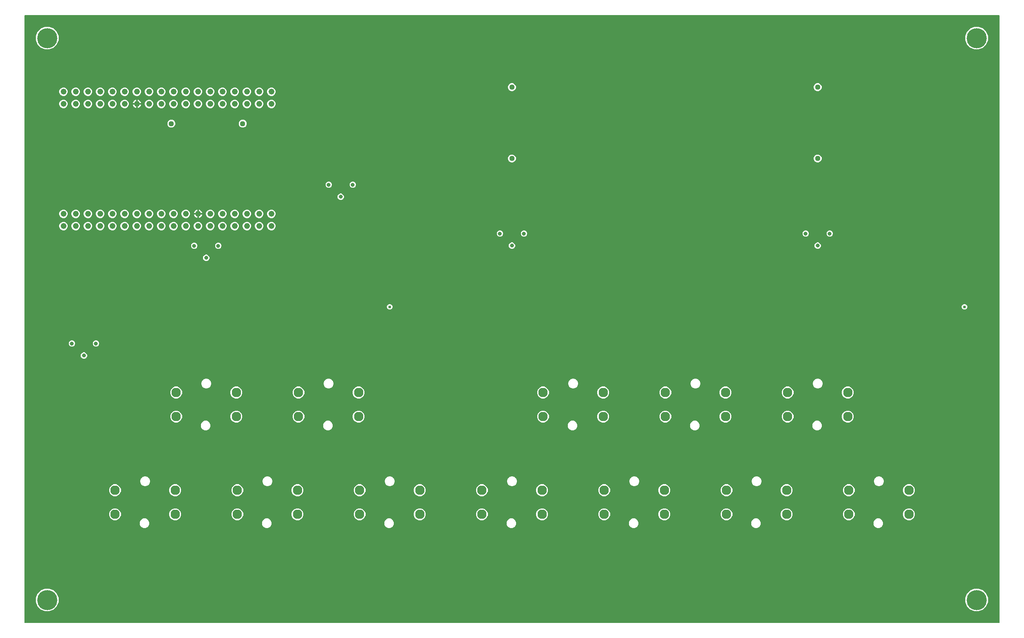
<source format=gbr>
G04 EAGLE Gerber RS-274X export*
G75*
%MOMM*%
%FSLAX34Y34*%
%LPD*%
%INCopper Layer 15*%
%IPPOS*%
%AMOC8*
5,1,8,0,0,1.08239X$1,22.5*%
G01*
%ADD10C,1.244600*%
%ADD11C,4.191000*%
%ADD12C,1.960000*%
%ADD13C,0.804800*%
%ADD14C,1.120000*%
%ADD15C,0.609600*%

G36*
X2027956Y3306D02*
X2027956Y3306D01*
X2027975Y3304D01*
X2028077Y3326D01*
X2028179Y3342D01*
X2028196Y3352D01*
X2028216Y3356D01*
X2028305Y3409D01*
X2028396Y3458D01*
X2028410Y3472D01*
X2028427Y3482D01*
X2028494Y3561D01*
X2028566Y3636D01*
X2028574Y3654D01*
X2028587Y3669D01*
X2028626Y3765D01*
X2028669Y3859D01*
X2028671Y3879D01*
X2028679Y3897D01*
X2028697Y4064D01*
X2028697Y1265936D01*
X2028694Y1265956D01*
X2028696Y1265975D01*
X2028674Y1266077D01*
X2028658Y1266179D01*
X2028648Y1266196D01*
X2028644Y1266216D01*
X2028591Y1266305D01*
X2028542Y1266396D01*
X2028528Y1266410D01*
X2028518Y1266427D01*
X2028439Y1266494D01*
X2028364Y1266566D01*
X2028346Y1266574D01*
X2028331Y1266587D01*
X2028235Y1266626D01*
X2028141Y1266669D01*
X2028121Y1266671D01*
X2028103Y1266679D01*
X2027936Y1266697D01*
X4064Y1266697D01*
X4044Y1266694D01*
X4025Y1266696D01*
X3923Y1266674D01*
X3821Y1266658D01*
X3804Y1266648D01*
X3784Y1266644D01*
X3695Y1266591D01*
X3604Y1266542D01*
X3590Y1266528D01*
X3573Y1266518D01*
X3506Y1266439D01*
X3434Y1266364D01*
X3426Y1266346D01*
X3413Y1266331D01*
X3374Y1266235D01*
X3331Y1266141D01*
X3329Y1266121D01*
X3321Y1266103D01*
X3303Y1265936D01*
X3303Y4064D01*
X3306Y4044D01*
X3304Y4025D01*
X3326Y3923D01*
X3342Y3821D01*
X3352Y3804D01*
X3356Y3784D01*
X3409Y3695D01*
X3458Y3604D01*
X3472Y3590D01*
X3482Y3573D01*
X3561Y3506D01*
X3636Y3434D01*
X3654Y3426D01*
X3669Y3413D01*
X3765Y3374D01*
X3859Y3331D01*
X3879Y3329D01*
X3897Y3321D01*
X4064Y3303D01*
X2027936Y3303D01*
X2027956Y3306D01*
G37*
%LPC*%
G36*
X1976526Y1195704D02*
X1976526Y1195704D01*
X1967891Y1199281D01*
X1961281Y1205891D01*
X1957704Y1214526D01*
X1957704Y1223874D01*
X1961281Y1232509D01*
X1967891Y1239119D01*
X1976526Y1242696D01*
X1985874Y1242696D01*
X1994509Y1239119D01*
X2001119Y1232509D01*
X2004696Y1223874D01*
X2004696Y1214526D01*
X2001119Y1205891D01*
X1994509Y1199281D01*
X1985874Y1195704D01*
X1976526Y1195704D01*
G37*
%LPD*%
%LPC*%
G36*
X46126Y1195704D02*
X46126Y1195704D01*
X37491Y1199281D01*
X30881Y1205891D01*
X27304Y1214526D01*
X27304Y1223874D01*
X30881Y1232509D01*
X37491Y1239119D01*
X46126Y1242696D01*
X55474Y1242696D01*
X64109Y1239119D01*
X70719Y1232509D01*
X74296Y1223874D01*
X74296Y1214526D01*
X70719Y1205891D01*
X64109Y1199281D01*
X55474Y1195704D01*
X46126Y1195704D01*
G37*
%LPD*%
%LPC*%
G36*
X46126Y27304D02*
X46126Y27304D01*
X37491Y30881D01*
X30881Y37491D01*
X27304Y46126D01*
X27304Y55474D01*
X30881Y64109D01*
X37491Y70719D01*
X46126Y74296D01*
X55474Y74296D01*
X64109Y70719D01*
X70719Y64109D01*
X74296Y55474D01*
X74296Y46126D01*
X70719Y37491D01*
X64109Y30881D01*
X55474Y27304D01*
X46126Y27304D01*
G37*
%LPD*%
%LPC*%
G36*
X1976526Y27304D02*
X1976526Y27304D01*
X1967891Y30881D01*
X1961281Y37491D01*
X1957704Y46126D01*
X1957704Y55474D01*
X1961281Y64109D01*
X1967891Y70719D01*
X1976526Y74296D01*
X1985874Y74296D01*
X1994509Y70719D01*
X2001119Y64109D01*
X2004696Y55474D01*
X2004696Y46126D01*
X2001119Y37491D01*
X1994509Y30881D01*
X1985874Y27304D01*
X1976526Y27304D01*
G37*
%LPD*%
%LPC*%
G36*
X1457045Y419859D02*
X1457045Y419859D01*
X1452510Y421738D01*
X1449038Y425210D01*
X1447159Y429745D01*
X1447159Y434655D01*
X1449038Y439190D01*
X1452510Y442662D01*
X1457045Y444541D01*
X1461955Y444541D01*
X1466490Y442662D01*
X1469962Y439190D01*
X1471841Y434655D01*
X1471841Y429745D01*
X1469962Y425210D01*
X1466490Y421738D01*
X1461955Y419859D01*
X1457045Y419859D01*
G37*
%LPD*%
%LPC*%
G36*
X1586045Y419859D02*
X1586045Y419859D01*
X1581510Y421738D01*
X1578038Y425210D01*
X1576159Y429745D01*
X1576159Y434655D01*
X1578038Y439190D01*
X1581510Y442662D01*
X1586045Y444541D01*
X1590955Y444541D01*
X1595490Y442662D01*
X1598962Y439190D01*
X1600841Y434655D01*
X1600841Y429745D01*
X1598962Y425210D01*
X1595490Y421738D01*
X1590955Y419859D01*
X1586045Y419859D01*
G37*
%LPD*%
%LPC*%
G36*
X441045Y419859D02*
X441045Y419859D01*
X436510Y421738D01*
X433038Y425210D01*
X431159Y429745D01*
X431159Y434655D01*
X433038Y439190D01*
X436510Y442662D01*
X441045Y444541D01*
X445955Y444541D01*
X450490Y442662D01*
X453962Y439190D01*
X455841Y434655D01*
X455841Y429745D01*
X453962Y425210D01*
X450490Y421738D01*
X445955Y419859D01*
X441045Y419859D01*
G37*
%LPD*%
%LPC*%
G36*
X316045Y469859D02*
X316045Y469859D01*
X311510Y471738D01*
X308038Y475210D01*
X306159Y479745D01*
X306159Y484655D01*
X308038Y489190D01*
X311510Y492662D01*
X316045Y494541D01*
X320955Y494541D01*
X325490Y492662D01*
X328962Y489190D01*
X330841Y484655D01*
X330841Y479745D01*
X328962Y475210D01*
X325490Y471738D01*
X320955Y469859D01*
X316045Y469859D01*
G37*
%LPD*%
%LPC*%
G36*
X441045Y469859D02*
X441045Y469859D01*
X436510Y471738D01*
X433038Y475210D01*
X431159Y479745D01*
X431159Y484655D01*
X433038Y489190D01*
X436510Y492662D01*
X441045Y494541D01*
X445955Y494541D01*
X450490Y492662D01*
X453962Y489190D01*
X455841Y484655D01*
X455841Y479745D01*
X453962Y475210D01*
X450490Y471738D01*
X445955Y469859D01*
X441045Y469859D01*
G37*
%LPD*%
%LPC*%
G36*
X570045Y469859D02*
X570045Y469859D01*
X565510Y471738D01*
X562038Y475210D01*
X560159Y479745D01*
X560159Y484655D01*
X562038Y489190D01*
X565510Y492662D01*
X570045Y494541D01*
X574955Y494541D01*
X579490Y492662D01*
X582962Y489190D01*
X584841Y484655D01*
X584841Y479745D01*
X582962Y475210D01*
X579490Y471738D01*
X574955Y469859D01*
X570045Y469859D01*
G37*
%LPD*%
%LPC*%
G36*
X695045Y469859D02*
X695045Y469859D01*
X690510Y471738D01*
X687038Y475210D01*
X685159Y479745D01*
X685159Y484655D01*
X687038Y489190D01*
X690510Y492662D01*
X695045Y494541D01*
X699955Y494541D01*
X704490Y492662D01*
X707962Y489190D01*
X709841Y484655D01*
X709841Y479745D01*
X707962Y475210D01*
X704490Y471738D01*
X699955Y469859D01*
X695045Y469859D01*
G37*
%LPD*%
%LPC*%
G36*
X1078045Y469859D02*
X1078045Y469859D01*
X1073510Y471738D01*
X1070038Y475210D01*
X1068159Y479745D01*
X1068159Y484655D01*
X1070038Y489190D01*
X1073510Y492662D01*
X1078045Y494541D01*
X1082955Y494541D01*
X1087490Y492662D01*
X1090962Y489190D01*
X1092841Y484655D01*
X1092841Y479745D01*
X1090962Y475210D01*
X1087490Y471738D01*
X1082955Y469859D01*
X1078045Y469859D01*
G37*
%LPD*%
%LPC*%
G36*
X1203045Y469859D02*
X1203045Y469859D01*
X1198510Y471738D01*
X1195038Y475210D01*
X1193159Y479745D01*
X1193159Y484655D01*
X1195038Y489190D01*
X1198510Y492662D01*
X1203045Y494541D01*
X1207955Y494541D01*
X1212490Y492662D01*
X1215962Y489190D01*
X1217841Y484655D01*
X1217841Y479745D01*
X1215962Y475210D01*
X1212490Y471738D01*
X1207955Y469859D01*
X1203045Y469859D01*
G37*
%LPD*%
%LPC*%
G36*
X1332045Y469859D02*
X1332045Y469859D01*
X1327510Y471738D01*
X1324038Y475210D01*
X1322159Y479745D01*
X1322159Y484655D01*
X1324038Y489190D01*
X1327510Y492662D01*
X1332045Y494541D01*
X1336955Y494541D01*
X1341490Y492662D01*
X1344962Y489190D01*
X1346841Y484655D01*
X1346841Y479745D01*
X1344962Y475210D01*
X1341490Y471738D01*
X1336955Y469859D01*
X1332045Y469859D01*
G37*
%LPD*%
%LPC*%
G36*
X1711045Y469859D02*
X1711045Y469859D01*
X1706510Y471738D01*
X1703038Y475210D01*
X1701159Y479745D01*
X1701159Y484655D01*
X1703038Y489190D01*
X1706510Y492662D01*
X1711045Y494541D01*
X1715955Y494541D01*
X1720490Y492662D01*
X1723962Y489190D01*
X1725841Y484655D01*
X1725841Y479745D01*
X1723962Y475210D01*
X1720490Y471738D01*
X1715955Y469859D01*
X1711045Y469859D01*
G37*
%LPD*%
%LPC*%
G36*
X1586045Y469859D02*
X1586045Y469859D01*
X1581510Y471738D01*
X1578038Y475210D01*
X1576159Y479745D01*
X1576159Y484655D01*
X1578038Y489190D01*
X1581510Y492662D01*
X1586045Y494541D01*
X1590955Y494541D01*
X1595490Y492662D01*
X1598962Y489190D01*
X1600841Y484655D01*
X1600841Y479745D01*
X1598962Y475210D01*
X1595490Y471738D01*
X1590955Y469859D01*
X1586045Y469859D01*
G37*
%LPD*%
%LPC*%
G36*
X1838045Y216659D02*
X1838045Y216659D01*
X1833510Y218538D01*
X1830038Y222010D01*
X1828159Y226545D01*
X1828159Y231455D01*
X1830038Y235990D01*
X1833510Y239462D01*
X1838045Y241341D01*
X1842955Y241341D01*
X1847490Y239462D01*
X1850962Y235990D01*
X1852841Y231455D01*
X1852841Y226545D01*
X1850962Y222010D01*
X1847490Y218538D01*
X1842955Y216659D01*
X1838045Y216659D01*
G37*
%LPD*%
%LPC*%
G36*
X1713045Y216659D02*
X1713045Y216659D01*
X1708510Y218538D01*
X1705038Y222010D01*
X1703159Y226545D01*
X1703159Y231455D01*
X1705038Y235990D01*
X1708510Y239462D01*
X1713045Y241341D01*
X1717955Y241341D01*
X1722490Y239462D01*
X1725962Y235990D01*
X1727841Y231455D01*
X1727841Y226545D01*
X1725962Y222010D01*
X1722490Y218538D01*
X1717955Y216659D01*
X1713045Y216659D01*
G37*
%LPD*%
%LPC*%
G36*
X1584045Y216659D02*
X1584045Y216659D01*
X1579510Y218538D01*
X1576038Y222010D01*
X1574159Y226545D01*
X1574159Y231455D01*
X1576038Y235990D01*
X1579510Y239462D01*
X1584045Y241341D01*
X1588955Y241341D01*
X1593490Y239462D01*
X1596962Y235990D01*
X1598841Y231455D01*
X1598841Y226545D01*
X1596962Y222010D01*
X1593490Y218538D01*
X1588955Y216659D01*
X1584045Y216659D01*
G37*
%LPD*%
%LPC*%
G36*
X1459045Y216659D02*
X1459045Y216659D01*
X1454510Y218538D01*
X1451038Y222010D01*
X1449159Y226545D01*
X1449159Y231455D01*
X1451038Y235990D01*
X1454510Y239462D01*
X1459045Y241341D01*
X1463955Y241341D01*
X1468490Y239462D01*
X1471962Y235990D01*
X1473841Y231455D01*
X1473841Y226545D01*
X1471962Y222010D01*
X1468490Y218538D01*
X1463955Y216659D01*
X1459045Y216659D01*
G37*
%LPD*%
%LPC*%
G36*
X1457045Y469859D02*
X1457045Y469859D01*
X1452510Y471738D01*
X1449038Y475210D01*
X1447159Y479745D01*
X1447159Y484655D01*
X1449038Y489190D01*
X1452510Y492662D01*
X1457045Y494541D01*
X1461955Y494541D01*
X1466490Y492662D01*
X1469962Y489190D01*
X1471841Y484655D01*
X1471841Y479745D01*
X1469962Y475210D01*
X1466490Y471738D01*
X1461955Y469859D01*
X1457045Y469859D01*
G37*
%LPD*%
%LPC*%
G36*
X1330045Y216659D02*
X1330045Y216659D01*
X1325510Y218538D01*
X1322038Y222010D01*
X1320159Y226545D01*
X1320159Y231455D01*
X1322038Y235990D01*
X1325510Y239462D01*
X1330045Y241341D01*
X1334955Y241341D01*
X1339490Y239462D01*
X1342962Y235990D01*
X1344841Y231455D01*
X1344841Y226545D01*
X1342962Y222010D01*
X1339490Y218538D01*
X1334955Y216659D01*
X1330045Y216659D01*
G37*
%LPD*%
%LPC*%
G36*
X1711045Y419859D02*
X1711045Y419859D01*
X1706510Y421738D01*
X1703038Y425210D01*
X1701159Y429745D01*
X1701159Y434655D01*
X1703038Y439190D01*
X1706510Y442662D01*
X1711045Y444541D01*
X1715955Y444541D01*
X1720490Y442662D01*
X1723962Y439190D01*
X1725841Y434655D01*
X1725841Y429745D01*
X1723962Y425210D01*
X1720490Y421738D01*
X1715955Y419859D01*
X1711045Y419859D01*
G37*
%LPD*%
%LPC*%
G36*
X314045Y216659D02*
X314045Y216659D01*
X309510Y218538D01*
X306038Y222010D01*
X304159Y226545D01*
X304159Y231455D01*
X306038Y235990D01*
X309510Y239462D01*
X314045Y241341D01*
X318955Y241341D01*
X323490Y239462D01*
X326962Y235990D01*
X328841Y231455D01*
X328841Y226545D01*
X326962Y222010D01*
X323490Y218538D01*
X318955Y216659D01*
X314045Y216659D01*
G37*
%LPD*%
%LPC*%
G36*
X316045Y419859D02*
X316045Y419859D01*
X311510Y421738D01*
X308038Y425210D01*
X306159Y429745D01*
X306159Y434655D01*
X308038Y439190D01*
X311510Y442662D01*
X316045Y444541D01*
X320955Y444541D01*
X325490Y442662D01*
X328962Y439190D01*
X330841Y434655D01*
X330841Y429745D01*
X328962Y425210D01*
X325490Y421738D01*
X320955Y419859D01*
X316045Y419859D01*
G37*
%LPD*%
%LPC*%
G36*
X1332045Y419859D02*
X1332045Y419859D01*
X1327510Y421738D01*
X1324038Y425210D01*
X1322159Y429745D01*
X1322159Y434655D01*
X1324038Y439190D01*
X1327510Y442662D01*
X1332045Y444541D01*
X1336955Y444541D01*
X1341490Y442662D01*
X1344962Y439190D01*
X1346841Y434655D01*
X1346841Y429745D01*
X1344962Y425210D01*
X1341490Y421738D01*
X1336955Y419859D01*
X1332045Y419859D01*
G37*
%LPD*%
%LPC*%
G36*
X1203045Y419859D02*
X1203045Y419859D01*
X1198510Y421738D01*
X1195038Y425210D01*
X1193159Y429745D01*
X1193159Y434655D01*
X1195038Y439190D01*
X1198510Y442662D01*
X1203045Y444541D01*
X1207955Y444541D01*
X1212490Y442662D01*
X1215962Y439190D01*
X1217841Y434655D01*
X1217841Y429745D01*
X1215962Y425210D01*
X1212490Y421738D01*
X1207955Y419859D01*
X1203045Y419859D01*
G37*
%LPD*%
%LPC*%
G36*
X1078045Y419859D02*
X1078045Y419859D01*
X1073510Y421738D01*
X1070038Y425210D01*
X1068159Y429745D01*
X1068159Y434655D01*
X1070038Y439190D01*
X1073510Y442662D01*
X1078045Y444541D01*
X1082955Y444541D01*
X1087490Y442662D01*
X1090962Y439190D01*
X1092841Y434655D01*
X1092841Y429745D01*
X1090962Y425210D01*
X1087490Y421738D01*
X1082955Y419859D01*
X1078045Y419859D01*
G37*
%LPD*%
%LPC*%
G36*
X695045Y419859D02*
X695045Y419859D01*
X690510Y421738D01*
X687038Y425210D01*
X685159Y429745D01*
X685159Y434655D01*
X687038Y439190D01*
X690510Y442662D01*
X695045Y444541D01*
X699955Y444541D01*
X704490Y442662D01*
X707962Y439190D01*
X709841Y434655D01*
X709841Y429745D01*
X707962Y425210D01*
X704490Y421738D01*
X699955Y419859D01*
X695045Y419859D01*
G37*
%LPD*%
%LPC*%
G36*
X570045Y419859D02*
X570045Y419859D01*
X565510Y421738D01*
X562038Y425210D01*
X560159Y429745D01*
X560159Y434655D01*
X562038Y439190D01*
X565510Y442662D01*
X570045Y444541D01*
X574955Y444541D01*
X579490Y442662D01*
X582962Y439190D01*
X584841Y434655D01*
X584841Y429745D01*
X582962Y425210D01*
X579490Y421738D01*
X574955Y419859D01*
X570045Y419859D01*
G37*
%LPD*%
%LPC*%
G36*
X1330045Y266659D02*
X1330045Y266659D01*
X1325510Y268538D01*
X1322038Y272010D01*
X1320159Y276545D01*
X1320159Y281455D01*
X1322038Y285990D01*
X1325510Y289462D01*
X1330045Y291341D01*
X1334955Y291341D01*
X1339490Y289462D01*
X1342962Y285990D01*
X1344841Y281455D01*
X1344841Y276545D01*
X1342962Y272010D01*
X1339490Y268538D01*
X1334955Y266659D01*
X1330045Y266659D01*
G37*
%LPD*%
%LPC*%
G36*
X1205045Y216659D02*
X1205045Y216659D01*
X1200510Y218538D01*
X1197038Y222010D01*
X1195159Y226545D01*
X1195159Y231455D01*
X1197038Y235990D01*
X1200510Y239462D01*
X1205045Y241341D01*
X1209955Y241341D01*
X1214490Y239462D01*
X1217962Y235990D01*
X1219841Y231455D01*
X1219841Y226545D01*
X1217962Y222010D01*
X1214490Y218538D01*
X1209955Y216659D01*
X1205045Y216659D01*
G37*
%LPD*%
%LPC*%
G36*
X1076045Y216659D02*
X1076045Y216659D01*
X1071510Y218538D01*
X1068038Y222010D01*
X1066159Y226545D01*
X1066159Y231455D01*
X1068038Y235990D01*
X1071510Y239462D01*
X1076045Y241341D01*
X1080955Y241341D01*
X1085490Y239462D01*
X1088962Y235990D01*
X1090841Y231455D01*
X1090841Y226545D01*
X1088962Y222010D01*
X1085490Y218538D01*
X1080955Y216659D01*
X1076045Y216659D01*
G37*
%LPD*%
%LPC*%
G36*
X951045Y216659D02*
X951045Y216659D01*
X946510Y218538D01*
X943038Y222010D01*
X941159Y226545D01*
X941159Y231455D01*
X943038Y235990D01*
X946510Y239462D01*
X951045Y241341D01*
X955955Y241341D01*
X960490Y239462D01*
X963962Y235990D01*
X965841Y231455D01*
X965841Y226545D01*
X963962Y222010D01*
X960490Y218538D01*
X955955Y216659D01*
X951045Y216659D01*
G37*
%LPD*%
%LPC*%
G36*
X822045Y216659D02*
X822045Y216659D01*
X817510Y218538D01*
X814038Y222010D01*
X812159Y226545D01*
X812159Y231455D01*
X814038Y235990D01*
X817510Y239462D01*
X822045Y241341D01*
X826955Y241341D01*
X831490Y239462D01*
X834962Y235990D01*
X836841Y231455D01*
X836841Y226545D01*
X834962Y222010D01*
X831490Y218538D01*
X826955Y216659D01*
X822045Y216659D01*
G37*
%LPD*%
%LPC*%
G36*
X697045Y216659D02*
X697045Y216659D01*
X692510Y218538D01*
X689038Y222010D01*
X687159Y226545D01*
X687159Y231455D01*
X689038Y235990D01*
X692510Y239462D01*
X697045Y241341D01*
X701955Y241341D01*
X706490Y239462D01*
X709962Y235990D01*
X711841Y231455D01*
X711841Y226545D01*
X709962Y222010D01*
X706490Y218538D01*
X701955Y216659D01*
X697045Y216659D01*
G37*
%LPD*%
%LPC*%
G36*
X568045Y216659D02*
X568045Y216659D01*
X563510Y218538D01*
X560038Y222010D01*
X558159Y226545D01*
X558159Y231455D01*
X560038Y235990D01*
X563510Y239462D01*
X568045Y241341D01*
X572955Y241341D01*
X577490Y239462D01*
X580962Y235990D01*
X582841Y231455D01*
X582841Y226545D01*
X580962Y222010D01*
X577490Y218538D01*
X572955Y216659D01*
X568045Y216659D01*
G37*
%LPD*%
%LPC*%
G36*
X443045Y216659D02*
X443045Y216659D01*
X438510Y218538D01*
X435038Y222010D01*
X433159Y226545D01*
X433159Y231455D01*
X435038Y235990D01*
X438510Y239462D01*
X443045Y241341D01*
X447955Y241341D01*
X452490Y239462D01*
X455962Y235990D01*
X457841Y231455D01*
X457841Y226545D01*
X455962Y222010D01*
X452490Y218538D01*
X447955Y216659D01*
X443045Y216659D01*
G37*
%LPD*%
%LPC*%
G36*
X1713045Y266659D02*
X1713045Y266659D01*
X1708510Y268538D01*
X1705038Y272010D01*
X1703159Y276545D01*
X1703159Y281455D01*
X1705038Y285990D01*
X1708510Y289462D01*
X1713045Y291341D01*
X1717955Y291341D01*
X1722490Y289462D01*
X1725962Y285990D01*
X1727841Y281455D01*
X1727841Y276545D01*
X1725962Y272010D01*
X1722490Y268538D01*
X1717955Y266659D01*
X1713045Y266659D01*
G37*
%LPD*%
%LPC*%
G36*
X1584045Y266659D02*
X1584045Y266659D01*
X1579510Y268538D01*
X1576038Y272010D01*
X1574159Y276545D01*
X1574159Y281455D01*
X1576038Y285990D01*
X1579510Y289462D01*
X1584045Y291341D01*
X1588955Y291341D01*
X1593490Y289462D01*
X1596962Y285990D01*
X1598841Y281455D01*
X1598841Y276545D01*
X1596962Y272010D01*
X1593490Y268538D01*
X1588955Y266659D01*
X1584045Y266659D01*
G37*
%LPD*%
%LPC*%
G36*
X1838045Y266659D02*
X1838045Y266659D01*
X1833510Y268538D01*
X1830038Y272010D01*
X1828159Y276545D01*
X1828159Y281455D01*
X1830038Y285990D01*
X1833510Y289462D01*
X1838045Y291341D01*
X1842955Y291341D01*
X1847490Y289462D01*
X1850962Y285990D01*
X1852841Y281455D01*
X1852841Y276545D01*
X1850962Y272010D01*
X1847490Y268538D01*
X1842955Y266659D01*
X1838045Y266659D01*
G37*
%LPD*%
%LPC*%
G36*
X314045Y266659D02*
X314045Y266659D01*
X309510Y268538D01*
X306038Y272010D01*
X304159Y276545D01*
X304159Y281455D01*
X306038Y285990D01*
X309510Y289462D01*
X314045Y291341D01*
X318955Y291341D01*
X323490Y289462D01*
X326962Y285990D01*
X328841Y281455D01*
X328841Y276545D01*
X326962Y272010D01*
X323490Y268538D01*
X318955Y266659D01*
X314045Y266659D01*
G37*
%LPD*%
%LPC*%
G36*
X189045Y266659D02*
X189045Y266659D01*
X184510Y268538D01*
X181038Y272010D01*
X179159Y276545D01*
X179159Y281455D01*
X181038Y285990D01*
X184510Y289462D01*
X189045Y291341D01*
X193955Y291341D01*
X198490Y289462D01*
X201962Y285990D01*
X203841Y281455D01*
X203841Y276545D01*
X201962Y272010D01*
X198490Y268538D01*
X193955Y266659D01*
X189045Y266659D01*
G37*
%LPD*%
%LPC*%
G36*
X1459045Y266659D02*
X1459045Y266659D01*
X1454510Y268538D01*
X1451038Y272010D01*
X1449159Y276545D01*
X1449159Y281455D01*
X1451038Y285990D01*
X1454510Y289462D01*
X1459045Y291341D01*
X1463955Y291341D01*
X1468490Y289462D01*
X1471962Y285990D01*
X1473841Y281455D01*
X1473841Y276545D01*
X1471962Y272010D01*
X1468490Y268538D01*
X1463955Y266659D01*
X1459045Y266659D01*
G37*
%LPD*%
%LPC*%
G36*
X1205045Y266659D02*
X1205045Y266659D01*
X1200510Y268538D01*
X1197038Y272010D01*
X1195159Y276545D01*
X1195159Y281455D01*
X1197038Y285990D01*
X1200510Y289462D01*
X1205045Y291341D01*
X1209955Y291341D01*
X1214490Y289462D01*
X1217962Y285990D01*
X1219841Y281455D01*
X1219841Y276545D01*
X1217962Y272010D01*
X1214490Y268538D01*
X1209955Y266659D01*
X1205045Y266659D01*
G37*
%LPD*%
%LPC*%
G36*
X1076045Y266659D02*
X1076045Y266659D01*
X1071510Y268538D01*
X1068038Y272010D01*
X1066159Y276545D01*
X1066159Y281455D01*
X1068038Y285990D01*
X1071510Y289462D01*
X1076045Y291341D01*
X1080955Y291341D01*
X1085490Y289462D01*
X1088962Y285990D01*
X1090841Y281455D01*
X1090841Y276545D01*
X1088962Y272010D01*
X1085490Y268538D01*
X1080955Y266659D01*
X1076045Y266659D01*
G37*
%LPD*%
%LPC*%
G36*
X951045Y266659D02*
X951045Y266659D01*
X946510Y268538D01*
X943038Y272010D01*
X941159Y276545D01*
X941159Y281455D01*
X943038Y285990D01*
X946510Y289462D01*
X951045Y291341D01*
X955955Y291341D01*
X960490Y289462D01*
X963962Y285990D01*
X965841Y281455D01*
X965841Y276545D01*
X963962Y272010D01*
X960490Y268538D01*
X955955Y266659D01*
X951045Y266659D01*
G37*
%LPD*%
%LPC*%
G36*
X822045Y266659D02*
X822045Y266659D01*
X817510Y268538D01*
X814038Y272010D01*
X812159Y276545D01*
X812159Y281455D01*
X814038Y285990D01*
X817510Y289462D01*
X822045Y291341D01*
X826955Y291341D01*
X831490Y289462D01*
X834962Y285990D01*
X836841Y281455D01*
X836841Y276545D01*
X834962Y272010D01*
X831490Y268538D01*
X826955Y266659D01*
X822045Y266659D01*
G37*
%LPD*%
%LPC*%
G36*
X697045Y266659D02*
X697045Y266659D01*
X692510Y268538D01*
X689038Y272010D01*
X687159Y276545D01*
X687159Y281455D01*
X689038Y285990D01*
X692510Y289462D01*
X697045Y291341D01*
X701955Y291341D01*
X706490Y289462D01*
X709962Y285990D01*
X711841Y281455D01*
X711841Y276545D01*
X709962Y272010D01*
X706490Y268538D01*
X701955Y266659D01*
X697045Y266659D01*
G37*
%LPD*%
%LPC*%
G36*
X568045Y266659D02*
X568045Y266659D01*
X563510Y268538D01*
X560038Y272010D01*
X558159Y276545D01*
X558159Y281455D01*
X560038Y285990D01*
X563510Y289462D01*
X568045Y291341D01*
X572955Y291341D01*
X577490Y289462D01*
X580962Y285990D01*
X582841Y281455D01*
X582841Y276545D01*
X580962Y272010D01*
X577490Y268538D01*
X572955Y266659D01*
X568045Y266659D01*
G37*
%LPD*%
%LPC*%
G36*
X443045Y266659D02*
X443045Y266659D01*
X438510Y268538D01*
X435038Y272010D01*
X433159Y276545D01*
X433159Y281455D01*
X435038Y285990D01*
X438510Y289462D01*
X443045Y291341D01*
X447955Y291341D01*
X452490Y289462D01*
X455962Y285990D01*
X457841Y281455D01*
X457841Y276545D01*
X455962Y272010D01*
X452490Y268538D01*
X447955Y266659D01*
X443045Y266659D01*
G37*
%LPD*%
%LPC*%
G36*
X189045Y216659D02*
X189045Y216659D01*
X184510Y218538D01*
X181038Y222010D01*
X179159Y226545D01*
X179159Y231455D01*
X181038Y235990D01*
X184510Y239462D01*
X189045Y241341D01*
X193955Y241341D01*
X198490Y239462D01*
X201962Y235990D01*
X203841Y231455D01*
X203841Y226545D01*
X201962Y222010D01*
X198490Y218538D01*
X193955Y216659D01*
X189045Y216659D01*
G37*
%LPD*%
%LPC*%
G36*
X1395003Y490909D02*
X1395003Y490909D01*
X1391312Y492438D01*
X1388488Y495262D01*
X1386959Y498953D01*
X1386959Y502947D01*
X1388488Y506638D01*
X1391312Y509462D01*
X1395003Y510991D01*
X1398997Y510991D01*
X1402688Y509462D01*
X1405512Y506638D01*
X1407041Y502947D01*
X1407041Y498953D01*
X1405512Y495262D01*
X1402688Y492438D01*
X1398997Y490909D01*
X1395003Y490909D01*
G37*
%LPD*%
%LPC*%
G36*
X1649003Y490909D02*
X1649003Y490909D01*
X1645312Y492438D01*
X1642488Y495262D01*
X1640959Y498953D01*
X1640959Y502947D01*
X1642488Y506638D01*
X1645312Y509462D01*
X1649003Y510991D01*
X1652997Y510991D01*
X1656688Y509462D01*
X1659512Y506638D01*
X1661041Y502947D01*
X1661041Y498953D01*
X1659512Y495262D01*
X1656688Y492438D01*
X1652997Y490909D01*
X1649003Y490909D01*
G37*
%LPD*%
%LPC*%
G36*
X379003Y490909D02*
X379003Y490909D01*
X375312Y492438D01*
X372488Y495262D01*
X370959Y498953D01*
X370959Y502947D01*
X372488Y506638D01*
X375312Y509462D01*
X379003Y510991D01*
X382997Y510991D01*
X386688Y509462D01*
X389512Y506638D01*
X391041Y502947D01*
X391041Y498953D01*
X389512Y495262D01*
X386688Y492438D01*
X382997Y490909D01*
X379003Y490909D01*
G37*
%LPD*%
%LPC*%
G36*
X633003Y490909D02*
X633003Y490909D01*
X629312Y492438D01*
X626488Y495262D01*
X624959Y498953D01*
X624959Y502947D01*
X626488Y506638D01*
X629312Y509462D01*
X633003Y510991D01*
X636997Y510991D01*
X640688Y509462D01*
X643512Y506638D01*
X645041Y502947D01*
X645041Y498953D01*
X643512Y495262D01*
X640688Y492438D01*
X636997Y490909D01*
X633003Y490909D01*
G37*
%LPD*%
%LPC*%
G36*
X1141003Y490909D02*
X1141003Y490909D01*
X1137312Y492438D01*
X1134488Y495262D01*
X1132959Y498953D01*
X1132959Y502947D01*
X1134488Y506638D01*
X1137312Y509462D01*
X1141003Y510991D01*
X1144997Y510991D01*
X1148688Y509462D01*
X1151512Y506638D01*
X1153041Y502947D01*
X1153041Y498953D01*
X1151512Y495262D01*
X1148688Y492438D01*
X1144997Y490909D01*
X1141003Y490909D01*
G37*
%LPD*%
%LPC*%
G36*
X377753Y403409D02*
X377753Y403409D01*
X374062Y404938D01*
X371238Y407762D01*
X369709Y411453D01*
X369709Y415447D01*
X371238Y419138D01*
X374062Y421962D01*
X377753Y423491D01*
X381747Y423491D01*
X385438Y421962D01*
X388262Y419138D01*
X389791Y415447D01*
X389791Y411453D01*
X388262Y407762D01*
X385438Y404938D01*
X381747Y403409D01*
X377753Y403409D01*
G37*
%LPD*%
%LPC*%
G36*
X1647753Y403409D02*
X1647753Y403409D01*
X1644062Y404938D01*
X1641238Y407762D01*
X1639709Y411453D01*
X1639709Y415447D01*
X1641238Y419138D01*
X1644062Y421962D01*
X1647753Y423491D01*
X1651747Y423491D01*
X1655438Y421962D01*
X1658262Y419138D01*
X1659791Y415447D01*
X1659791Y411453D01*
X1658262Y407762D01*
X1655438Y404938D01*
X1651747Y403409D01*
X1647753Y403409D01*
G37*
%LPD*%
%LPC*%
G36*
X1393753Y403409D02*
X1393753Y403409D01*
X1390062Y404938D01*
X1387238Y407762D01*
X1385709Y411453D01*
X1385709Y415447D01*
X1387238Y419138D01*
X1390062Y421962D01*
X1393753Y423491D01*
X1397747Y423491D01*
X1401438Y421962D01*
X1404262Y419138D01*
X1405791Y415447D01*
X1405791Y411453D01*
X1404262Y407762D01*
X1401438Y404938D01*
X1397747Y403409D01*
X1393753Y403409D01*
G37*
%LPD*%
%LPC*%
G36*
X1014003Y287709D02*
X1014003Y287709D01*
X1010312Y289238D01*
X1007488Y292062D01*
X1005959Y295753D01*
X1005959Y299747D01*
X1007488Y303438D01*
X1010312Y306262D01*
X1014003Y307791D01*
X1017997Y307791D01*
X1021688Y306262D01*
X1024512Y303438D01*
X1026041Y299747D01*
X1026041Y295753D01*
X1024512Y292062D01*
X1021688Y289238D01*
X1017997Y287709D01*
X1014003Y287709D01*
G37*
%LPD*%
%LPC*%
G36*
X760003Y287709D02*
X760003Y287709D01*
X756312Y289238D01*
X753488Y292062D01*
X751959Y295753D01*
X751959Y299747D01*
X753488Y303438D01*
X756312Y306262D01*
X760003Y307791D01*
X763997Y307791D01*
X767688Y306262D01*
X770512Y303438D01*
X772041Y299747D01*
X772041Y295753D01*
X770512Y292062D01*
X767688Y289238D01*
X763997Y287709D01*
X760003Y287709D01*
G37*
%LPD*%
%LPC*%
G36*
X1776003Y287709D02*
X1776003Y287709D01*
X1772312Y289238D01*
X1769488Y292062D01*
X1767959Y295753D01*
X1767959Y299747D01*
X1769488Y303438D01*
X1772312Y306262D01*
X1776003Y307791D01*
X1779997Y307791D01*
X1783688Y306262D01*
X1786512Y303438D01*
X1788041Y299747D01*
X1788041Y295753D01*
X1786512Y292062D01*
X1783688Y289238D01*
X1779997Y287709D01*
X1776003Y287709D01*
G37*
%LPD*%
%LPC*%
G36*
X252003Y287709D02*
X252003Y287709D01*
X248312Y289238D01*
X245488Y292062D01*
X243959Y295753D01*
X243959Y299747D01*
X245488Y303438D01*
X248312Y306262D01*
X252003Y307791D01*
X255997Y307791D01*
X259688Y306262D01*
X262512Y303438D01*
X264041Y299747D01*
X264041Y295753D01*
X262512Y292062D01*
X259688Y289238D01*
X255997Y287709D01*
X252003Y287709D01*
G37*
%LPD*%
%LPC*%
G36*
X1268003Y287709D02*
X1268003Y287709D01*
X1264312Y289238D01*
X1261488Y292062D01*
X1259959Y295753D01*
X1259959Y299747D01*
X1261488Y303438D01*
X1264312Y306262D01*
X1268003Y307791D01*
X1271997Y307791D01*
X1275688Y306262D01*
X1278512Y303438D01*
X1280041Y299747D01*
X1280041Y295753D01*
X1278512Y292062D01*
X1275688Y289238D01*
X1271997Y287709D01*
X1268003Y287709D01*
G37*
%LPD*%
%LPC*%
G36*
X506003Y287709D02*
X506003Y287709D01*
X502312Y289238D01*
X499488Y292062D01*
X497959Y295753D01*
X497959Y299747D01*
X499488Y303438D01*
X502312Y306262D01*
X506003Y307791D01*
X509997Y307791D01*
X513688Y306262D01*
X516512Y303438D01*
X518041Y299747D01*
X518041Y295753D01*
X516512Y292062D01*
X513688Y289238D01*
X509997Y287709D01*
X506003Y287709D01*
G37*
%LPD*%
%LPC*%
G36*
X631753Y403409D02*
X631753Y403409D01*
X628062Y404938D01*
X625238Y407762D01*
X623709Y411453D01*
X623709Y415447D01*
X625238Y419138D01*
X628062Y421962D01*
X631753Y423491D01*
X635747Y423491D01*
X639438Y421962D01*
X642262Y419138D01*
X643791Y415447D01*
X643791Y411453D01*
X642262Y407762D01*
X639438Y404938D01*
X635747Y403409D01*
X631753Y403409D01*
G37*
%LPD*%
%LPC*%
G36*
X1774753Y200209D02*
X1774753Y200209D01*
X1771062Y201738D01*
X1768238Y204562D01*
X1766709Y208253D01*
X1766709Y212247D01*
X1768238Y215938D01*
X1771062Y218762D01*
X1774753Y220291D01*
X1778747Y220291D01*
X1782438Y218762D01*
X1785262Y215938D01*
X1786791Y212247D01*
X1786791Y208253D01*
X1785262Y204562D01*
X1782438Y201738D01*
X1778747Y200209D01*
X1774753Y200209D01*
G37*
%LPD*%
%LPC*%
G36*
X1520753Y200209D02*
X1520753Y200209D01*
X1517062Y201738D01*
X1514238Y204562D01*
X1512709Y208253D01*
X1512709Y212247D01*
X1514238Y215938D01*
X1517062Y218762D01*
X1520753Y220291D01*
X1524747Y220291D01*
X1528438Y218762D01*
X1531262Y215938D01*
X1532791Y212247D01*
X1532791Y208253D01*
X1531262Y204562D01*
X1528438Y201738D01*
X1524747Y200209D01*
X1520753Y200209D01*
G37*
%LPD*%
%LPC*%
G36*
X1266753Y200209D02*
X1266753Y200209D01*
X1263062Y201738D01*
X1260238Y204562D01*
X1258709Y208253D01*
X1258709Y212247D01*
X1260238Y215938D01*
X1263062Y218762D01*
X1266753Y220291D01*
X1270747Y220291D01*
X1274438Y218762D01*
X1277262Y215938D01*
X1278791Y212247D01*
X1278791Y208253D01*
X1277262Y204562D01*
X1274438Y201738D01*
X1270747Y200209D01*
X1266753Y200209D01*
G37*
%LPD*%
%LPC*%
G36*
X1012753Y200209D02*
X1012753Y200209D01*
X1009062Y201738D01*
X1006238Y204562D01*
X1004709Y208253D01*
X1004709Y212247D01*
X1006238Y215938D01*
X1009062Y218762D01*
X1012753Y220291D01*
X1016747Y220291D01*
X1020438Y218762D01*
X1023262Y215938D01*
X1024791Y212247D01*
X1024791Y208253D01*
X1023262Y204562D01*
X1020438Y201738D01*
X1016747Y200209D01*
X1012753Y200209D01*
G37*
%LPD*%
%LPC*%
G36*
X758753Y200209D02*
X758753Y200209D01*
X755062Y201738D01*
X752238Y204562D01*
X750709Y208253D01*
X750709Y212247D01*
X752238Y215938D01*
X755062Y218762D01*
X758753Y220291D01*
X762747Y220291D01*
X766438Y218762D01*
X769262Y215938D01*
X770791Y212247D01*
X770791Y208253D01*
X769262Y204562D01*
X766438Y201738D01*
X762747Y200209D01*
X758753Y200209D01*
G37*
%LPD*%
%LPC*%
G36*
X504753Y200209D02*
X504753Y200209D01*
X501062Y201738D01*
X498238Y204562D01*
X496709Y208253D01*
X496709Y212247D01*
X498238Y215938D01*
X501062Y218762D01*
X504753Y220291D01*
X508747Y220291D01*
X512438Y218762D01*
X515262Y215938D01*
X516791Y212247D01*
X516791Y208253D01*
X515262Y204562D01*
X512438Y201738D01*
X508747Y200209D01*
X504753Y200209D01*
G37*
%LPD*%
%LPC*%
G36*
X250753Y200209D02*
X250753Y200209D01*
X247062Y201738D01*
X244238Y204562D01*
X242709Y208253D01*
X242709Y212247D01*
X244238Y215938D01*
X247062Y218762D01*
X250753Y220291D01*
X254747Y220291D01*
X258438Y218762D01*
X261262Y215938D01*
X262791Y212247D01*
X262791Y208253D01*
X261262Y204562D01*
X258438Y201738D01*
X254747Y200209D01*
X250753Y200209D01*
G37*
%LPD*%
%LPC*%
G36*
X1522003Y287709D02*
X1522003Y287709D01*
X1518312Y289238D01*
X1515488Y292062D01*
X1513959Y295753D01*
X1513959Y299747D01*
X1515488Y303438D01*
X1518312Y306262D01*
X1522003Y307791D01*
X1525997Y307791D01*
X1529688Y306262D01*
X1532512Y303438D01*
X1534041Y299747D01*
X1534041Y295753D01*
X1532512Y292062D01*
X1529688Y289238D01*
X1525997Y287709D01*
X1522003Y287709D01*
G37*
%LPD*%
%LPC*%
G36*
X1139753Y403409D02*
X1139753Y403409D01*
X1136062Y404938D01*
X1133238Y407762D01*
X1131709Y411453D01*
X1131709Y415447D01*
X1133238Y419138D01*
X1136062Y421962D01*
X1139753Y423491D01*
X1143747Y423491D01*
X1147438Y421962D01*
X1150262Y419138D01*
X1151791Y415447D01*
X1151791Y411453D01*
X1150262Y407762D01*
X1147438Y404938D01*
X1143747Y403409D01*
X1139753Y403409D01*
G37*
%LPD*%
%LPC*%
G36*
X489157Y819536D02*
X489157Y819536D01*
X485936Y820870D01*
X483470Y823336D01*
X482136Y826557D01*
X482136Y830043D01*
X483470Y833264D01*
X485936Y835730D01*
X489157Y837064D01*
X492643Y837064D01*
X495864Y835730D01*
X498330Y833264D01*
X499664Y830043D01*
X499664Y826557D01*
X498330Y823336D01*
X495864Y820870D01*
X492643Y819536D01*
X489157Y819536D01*
G37*
%LPD*%
%LPC*%
G36*
X463757Y819536D02*
X463757Y819536D01*
X460536Y820870D01*
X458070Y823336D01*
X456736Y826557D01*
X456736Y830043D01*
X458070Y833264D01*
X460536Y835730D01*
X463757Y837064D01*
X467243Y837064D01*
X470464Y835730D01*
X472930Y833264D01*
X474264Y830043D01*
X474264Y826557D01*
X472930Y823336D01*
X470464Y820870D01*
X467243Y819536D01*
X463757Y819536D01*
G37*
%LPD*%
%LPC*%
G36*
X438357Y819536D02*
X438357Y819536D01*
X435136Y820870D01*
X432670Y823336D01*
X431336Y826557D01*
X431336Y830043D01*
X432670Y833264D01*
X435136Y835730D01*
X438357Y837064D01*
X441843Y837064D01*
X445064Y835730D01*
X447530Y833264D01*
X448864Y830043D01*
X448864Y826557D01*
X447530Y823336D01*
X445064Y820870D01*
X441843Y819536D01*
X438357Y819536D01*
G37*
%LPD*%
%LPC*%
G36*
X412957Y819536D02*
X412957Y819536D01*
X409736Y820870D01*
X407270Y823336D01*
X405936Y826557D01*
X405936Y830043D01*
X407270Y833264D01*
X409736Y835730D01*
X412957Y837064D01*
X416443Y837064D01*
X419664Y835730D01*
X422130Y833264D01*
X423464Y830043D01*
X423464Y826557D01*
X422130Y823336D01*
X419664Y820870D01*
X416443Y819536D01*
X412957Y819536D01*
G37*
%LPD*%
%LPC*%
G36*
X387557Y819536D02*
X387557Y819536D01*
X384336Y820870D01*
X381870Y823336D01*
X380536Y826557D01*
X380536Y830043D01*
X381870Y833264D01*
X384336Y835730D01*
X387557Y837064D01*
X391043Y837064D01*
X394264Y835730D01*
X396730Y833264D01*
X398064Y830043D01*
X398064Y826557D01*
X396730Y823336D01*
X394264Y820870D01*
X391043Y819536D01*
X387557Y819536D01*
G37*
%LPD*%
%LPC*%
G36*
X362157Y819536D02*
X362157Y819536D01*
X358936Y820870D01*
X356470Y823336D01*
X355136Y826557D01*
X355136Y830043D01*
X356470Y833264D01*
X358936Y835730D01*
X362157Y837064D01*
X365643Y837064D01*
X368864Y835730D01*
X371330Y833264D01*
X372664Y830043D01*
X372664Y826557D01*
X371330Y823336D01*
X368864Y820870D01*
X365643Y819536D01*
X362157Y819536D01*
G37*
%LPD*%
%LPC*%
G36*
X336757Y819536D02*
X336757Y819536D01*
X333536Y820870D01*
X331070Y823336D01*
X329736Y826557D01*
X329736Y830043D01*
X331070Y833264D01*
X333536Y835730D01*
X336757Y837064D01*
X340243Y837064D01*
X343464Y835730D01*
X345930Y833264D01*
X347264Y830043D01*
X347264Y826557D01*
X345930Y823336D01*
X343464Y820870D01*
X340243Y819536D01*
X336757Y819536D01*
G37*
%LPD*%
%LPC*%
G36*
X311357Y819536D02*
X311357Y819536D01*
X308136Y820870D01*
X305670Y823336D01*
X304336Y826557D01*
X304336Y830043D01*
X305670Y833264D01*
X308136Y835730D01*
X311357Y837064D01*
X314843Y837064D01*
X318064Y835730D01*
X320530Y833264D01*
X321864Y830043D01*
X321864Y826557D01*
X320530Y823336D01*
X318064Y820870D01*
X314843Y819536D01*
X311357Y819536D01*
G37*
%LPD*%
%LPC*%
G36*
X285957Y819536D02*
X285957Y819536D01*
X282736Y820870D01*
X280270Y823336D01*
X278936Y826557D01*
X278936Y830043D01*
X280270Y833264D01*
X282736Y835730D01*
X285957Y837064D01*
X289443Y837064D01*
X292664Y835730D01*
X295130Y833264D01*
X296464Y830043D01*
X296464Y826557D01*
X295130Y823336D01*
X292664Y820870D01*
X289443Y819536D01*
X285957Y819536D01*
G37*
%LPD*%
%LPC*%
G36*
X260557Y819536D02*
X260557Y819536D01*
X257336Y820870D01*
X254870Y823336D01*
X253536Y826557D01*
X253536Y830043D01*
X254870Y833264D01*
X257336Y835730D01*
X260557Y837064D01*
X264043Y837064D01*
X267264Y835730D01*
X269730Y833264D01*
X271064Y830043D01*
X271064Y826557D01*
X269730Y823336D01*
X267264Y820870D01*
X264043Y819536D01*
X260557Y819536D01*
G37*
%LPD*%
%LPC*%
G36*
X235157Y819536D02*
X235157Y819536D01*
X231936Y820870D01*
X229470Y823336D01*
X228136Y826557D01*
X228136Y830043D01*
X229470Y833264D01*
X231936Y835730D01*
X235157Y837064D01*
X238643Y837064D01*
X241864Y835730D01*
X244330Y833264D01*
X245664Y830043D01*
X245664Y826557D01*
X244330Y823336D01*
X241864Y820870D01*
X238643Y819536D01*
X235157Y819536D01*
G37*
%LPD*%
%LPC*%
G36*
X209757Y819536D02*
X209757Y819536D01*
X206536Y820870D01*
X204070Y823336D01*
X202736Y826557D01*
X202736Y830043D01*
X204070Y833264D01*
X206536Y835730D01*
X209757Y837064D01*
X213243Y837064D01*
X216464Y835730D01*
X218930Y833264D01*
X220264Y830043D01*
X220264Y826557D01*
X218930Y823336D01*
X216464Y820870D01*
X213243Y819536D01*
X209757Y819536D01*
G37*
%LPD*%
%LPC*%
G36*
X184357Y819536D02*
X184357Y819536D01*
X181136Y820870D01*
X178670Y823336D01*
X177336Y826557D01*
X177336Y830043D01*
X178670Y833264D01*
X181136Y835730D01*
X184357Y837064D01*
X187843Y837064D01*
X191064Y835730D01*
X193530Y833264D01*
X194864Y830043D01*
X194864Y826557D01*
X193530Y823336D01*
X191064Y820870D01*
X187843Y819536D01*
X184357Y819536D01*
G37*
%LPD*%
%LPC*%
G36*
X82757Y1098936D02*
X82757Y1098936D01*
X79536Y1100270D01*
X77070Y1102736D01*
X75736Y1105957D01*
X75736Y1109443D01*
X77070Y1112664D01*
X79536Y1115130D01*
X82757Y1116464D01*
X86243Y1116464D01*
X89464Y1115130D01*
X91930Y1112664D01*
X93264Y1109443D01*
X93264Y1105957D01*
X91930Y1102736D01*
X89464Y1100270D01*
X86243Y1098936D01*
X82757Y1098936D01*
G37*
%LPD*%
%LPC*%
G36*
X133557Y819536D02*
X133557Y819536D01*
X130336Y820870D01*
X127870Y823336D01*
X126536Y826557D01*
X126536Y830043D01*
X127870Y833264D01*
X130336Y835730D01*
X133557Y837064D01*
X137043Y837064D01*
X140264Y835730D01*
X142730Y833264D01*
X144064Y830043D01*
X144064Y826557D01*
X142730Y823336D01*
X140264Y820870D01*
X137043Y819536D01*
X133557Y819536D01*
G37*
%LPD*%
%LPC*%
G36*
X158957Y819536D02*
X158957Y819536D01*
X155736Y820870D01*
X153270Y823336D01*
X151936Y826557D01*
X151936Y830043D01*
X153270Y833264D01*
X155736Y835730D01*
X158957Y837064D01*
X162443Y837064D01*
X165664Y835730D01*
X168130Y833264D01*
X169464Y830043D01*
X169464Y826557D01*
X168130Y823336D01*
X165664Y820870D01*
X162443Y819536D01*
X158957Y819536D01*
G37*
%LPD*%
%LPC*%
G36*
X158957Y1098936D02*
X158957Y1098936D01*
X155736Y1100270D01*
X153270Y1102736D01*
X151936Y1105957D01*
X151936Y1109443D01*
X153270Y1112664D01*
X155736Y1115130D01*
X158957Y1116464D01*
X162443Y1116464D01*
X165664Y1115130D01*
X168130Y1112664D01*
X169464Y1109443D01*
X169464Y1105957D01*
X168130Y1102736D01*
X165664Y1100270D01*
X162443Y1098936D01*
X158957Y1098936D01*
G37*
%LPD*%
%LPC*%
G36*
X133557Y1098936D02*
X133557Y1098936D01*
X130336Y1100270D01*
X127870Y1102736D01*
X126536Y1105957D01*
X126536Y1109443D01*
X127870Y1112664D01*
X130336Y1115130D01*
X133557Y1116464D01*
X137043Y1116464D01*
X140264Y1115130D01*
X142730Y1112664D01*
X144064Y1109443D01*
X144064Y1105957D01*
X142730Y1102736D01*
X140264Y1100270D01*
X137043Y1098936D01*
X133557Y1098936D01*
G37*
%LPD*%
%LPC*%
G36*
X514557Y1098936D02*
X514557Y1098936D01*
X511336Y1100270D01*
X508870Y1102736D01*
X507536Y1105957D01*
X507536Y1109443D01*
X508870Y1112664D01*
X511336Y1115130D01*
X514557Y1116464D01*
X518043Y1116464D01*
X521264Y1115130D01*
X523730Y1112664D01*
X525064Y1109443D01*
X525064Y1105957D01*
X523730Y1102736D01*
X521264Y1100270D01*
X518043Y1098936D01*
X514557Y1098936D01*
G37*
%LPD*%
%LPC*%
G36*
X489157Y1098936D02*
X489157Y1098936D01*
X485936Y1100270D01*
X483470Y1102736D01*
X482136Y1105957D01*
X482136Y1109443D01*
X483470Y1112664D01*
X485936Y1115130D01*
X489157Y1116464D01*
X492643Y1116464D01*
X495864Y1115130D01*
X498330Y1112664D01*
X499664Y1109443D01*
X499664Y1105957D01*
X498330Y1102736D01*
X495864Y1100270D01*
X492643Y1098936D01*
X489157Y1098936D01*
G37*
%LPD*%
%LPC*%
G36*
X463757Y1098936D02*
X463757Y1098936D01*
X460536Y1100270D01*
X458070Y1102736D01*
X456736Y1105957D01*
X456736Y1109443D01*
X458070Y1112664D01*
X460536Y1115130D01*
X463757Y1116464D01*
X467243Y1116464D01*
X470464Y1115130D01*
X472930Y1112664D01*
X474264Y1109443D01*
X474264Y1105957D01*
X472930Y1102736D01*
X470464Y1100270D01*
X467243Y1098936D01*
X463757Y1098936D01*
G37*
%LPD*%
%LPC*%
G36*
X438357Y1098936D02*
X438357Y1098936D01*
X435136Y1100270D01*
X432670Y1102736D01*
X431336Y1105957D01*
X431336Y1109443D01*
X432670Y1112664D01*
X435136Y1115130D01*
X438357Y1116464D01*
X441843Y1116464D01*
X445064Y1115130D01*
X447530Y1112664D01*
X448864Y1109443D01*
X448864Y1105957D01*
X447530Y1102736D01*
X445064Y1100270D01*
X441843Y1098936D01*
X438357Y1098936D01*
G37*
%LPD*%
%LPC*%
G36*
X412957Y1098936D02*
X412957Y1098936D01*
X409736Y1100270D01*
X407270Y1102736D01*
X405936Y1105957D01*
X405936Y1109443D01*
X407270Y1112664D01*
X409736Y1115130D01*
X412957Y1116464D01*
X416443Y1116464D01*
X419664Y1115130D01*
X422130Y1112664D01*
X423464Y1109443D01*
X423464Y1105957D01*
X422130Y1102736D01*
X419664Y1100270D01*
X416443Y1098936D01*
X412957Y1098936D01*
G37*
%LPD*%
%LPC*%
G36*
X387557Y1098936D02*
X387557Y1098936D01*
X384336Y1100270D01*
X381870Y1102736D01*
X380536Y1105957D01*
X380536Y1109443D01*
X381870Y1112664D01*
X384336Y1115130D01*
X387557Y1116464D01*
X391043Y1116464D01*
X394264Y1115130D01*
X396730Y1112664D01*
X398064Y1109443D01*
X398064Y1105957D01*
X396730Y1102736D01*
X394264Y1100270D01*
X391043Y1098936D01*
X387557Y1098936D01*
G37*
%LPD*%
%LPC*%
G36*
X362157Y1098936D02*
X362157Y1098936D01*
X358936Y1100270D01*
X356470Y1102736D01*
X355136Y1105957D01*
X355136Y1109443D01*
X356470Y1112664D01*
X358936Y1115130D01*
X362157Y1116464D01*
X365643Y1116464D01*
X368864Y1115130D01*
X371330Y1112664D01*
X372664Y1109443D01*
X372664Y1105957D01*
X371330Y1102736D01*
X368864Y1100270D01*
X365643Y1098936D01*
X362157Y1098936D01*
G37*
%LPD*%
%LPC*%
G36*
X336757Y1098936D02*
X336757Y1098936D01*
X333536Y1100270D01*
X331070Y1102736D01*
X329736Y1105957D01*
X329736Y1109443D01*
X331070Y1112664D01*
X333536Y1115130D01*
X336757Y1116464D01*
X340243Y1116464D01*
X343464Y1115130D01*
X345930Y1112664D01*
X347264Y1109443D01*
X347264Y1105957D01*
X345930Y1102736D01*
X343464Y1100270D01*
X340243Y1098936D01*
X336757Y1098936D01*
G37*
%LPD*%
%LPC*%
G36*
X311357Y1098936D02*
X311357Y1098936D01*
X308136Y1100270D01*
X305670Y1102736D01*
X304336Y1105957D01*
X304336Y1109443D01*
X305670Y1112664D01*
X308136Y1115130D01*
X311357Y1116464D01*
X314843Y1116464D01*
X318064Y1115130D01*
X320530Y1112664D01*
X321864Y1109443D01*
X321864Y1105957D01*
X320530Y1102736D01*
X318064Y1100270D01*
X314843Y1098936D01*
X311357Y1098936D01*
G37*
%LPD*%
%LPC*%
G36*
X285957Y1098936D02*
X285957Y1098936D01*
X282736Y1100270D01*
X280270Y1102736D01*
X278936Y1105957D01*
X278936Y1109443D01*
X280270Y1112664D01*
X282736Y1115130D01*
X285957Y1116464D01*
X289443Y1116464D01*
X292664Y1115130D01*
X295130Y1112664D01*
X296464Y1109443D01*
X296464Y1105957D01*
X295130Y1102736D01*
X292664Y1100270D01*
X289443Y1098936D01*
X285957Y1098936D01*
G37*
%LPD*%
%LPC*%
G36*
X260557Y1098936D02*
X260557Y1098936D01*
X257336Y1100270D01*
X254870Y1102736D01*
X253536Y1105957D01*
X253536Y1109443D01*
X254870Y1112664D01*
X257336Y1115130D01*
X260557Y1116464D01*
X264043Y1116464D01*
X267264Y1115130D01*
X269730Y1112664D01*
X271064Y1109443D01*
X271064Y1105957D01*
X269730Y1102736D01*
X267264Y1100270D01*
X264043Y1098936D01*
X260557Y1098936D01*
G37*
%LPD*%
%LPC*%
G36*
X235157Y1098936D02*
X235157Y1098936D01*
X231936Y1100270D01*
X229470Y1102736D01*
X228136Y1105957D01*
X228136Y1109443D01*
X229470Y1112664D01*
X231936Y1115130D01*
X235157Y1116464D01*
X238643Y1116464D01*
X241864Y1115130D01*
X244330Y1112664D01*
X245664Y1109443D01*
X245664Y1105957D01*
X244330Y1102736D01*
X241864Y1100270D01*
X238643Y1098936D01*
X235157Y1098936D01*
G37*
%LPD*%
%LPC*%
G36*
X209757Y1098936D02*
X209757Y1098936D01*
X206536Y1100270D01*
X204070Y1102736D01*
X202736Y1105957D01*
X202736Y1109443D01*
X204070Y1112664D01*
X206536Y1115130D01*
X209757Y1116464D01*
X213243Y1116464D01*
X216464Y1115130D01*
X218930Y1112664D01*
X220264Y1109443D01*
X220264Y1105957D01*
X218930Y1102736D01*
X216464Y1100270D01*
X213243Y1098936D01*
X209757Y1098936D01*
G37*
%LPD*%
%LPC*%
G36*
X184357Y1098936D02*
X184357Y1098936D01*
X181136Y1100270D01*
X178670Y1102736D01*
X177336Y1105957D01*
X177336Y1109443D01*
X178670Y1112664D01*
X181136Y1115130D01*
X184357Y1116464D01*
X187843Y1116464D01*
X191064Y1115130D01*
X193530Y1112664D01*
X194864Y1109443D01*
X194864Y1105957D01*
X193530Y1102736D01*
X191064Y1100270D01*
X187843Y1098936D01*
X184357Y1098936D01*
G37*
%LPD*%
%LPC*%
G36*
X108157Y1098936D02*
X108157Y1098936D01*
X104936Y1100270D01*
X102470Y1102736D01*
X101136Y1105957D01*
X101136Y1109443D01*
X102470Y1112664D01*
X104936Y1115130D01*
X108157Y1116464D01*
X111643Y1116464D01*
X114864Y1115130D01*
X117330Y1112664D01*
X118664Y1109443D01*
X118664Y1105957D01*
X117330Y1102736D01*
X114864Y1100270D01*
X111643Y1098936D01*
X108157Y1098936D01*
G37*
%LPD*%
%LPC*%
G36*
X108157Y1073536D02*
X108157Y1073536D01*
X104936Y1074870D01*
X102470Y1077336D01*
X101136Y1080557D01*
X101136Y1084043D01*
X102470Y1087264D01*
X104936Y1089730D01*
X108157Y1091064D01*
X111643Y1091064D01*
X114864Y1089730D01*
X117330Y1087264D01*
X118664Y1084043D01*
X118664Y1080557D01*
X117330Y1077336D01*
X114864Y1074870D01*
X111643Y1073536D01*
X108157Y1073536D01*
G37*
%LPD*%
%LPC*%
G36*
X82757Y1073536D02*
X82757Y1073536D01*
X79536Y1074870D01*
X77070Y1077336D01*
X75736Y1080557D01*
X75736Y1084043D01*
X77070Y1087264D01*
X79536Y1089730D01*
X82757Y1091064D01*
X86243Y1091064D01*
X89464Y1089730D01*
X91930Y1087264D01*
X93264Y1084043D01*
X93264Y1080557D01*
X91930Y1077336D01*
X89464Y1074870D01*
X86243Y1073536D01*
X82757Y1073536D01*
G37*
%LPD*%
%LPC*%
G36*
X514557Y1073536D02*
X514557Y1073536D01*
X511336Y1074870D01*
X508870Y1077336D01*
X507536Y1080557D01*
X507536Y1084043D01*
X508870Y1087264D01*
X511336Y1089730D01*
X514557Y1091064D01*
X518043Y1091064D01*
X521264Y1089730D01*
X523730Y1087264D01*
X525064Y1084043D01*
X525064Y1080557D01*
X523730Y1077336D01*
X521264Y1074870D01*
X518043Y1073536D01*
X514557Y1073536D01*
G37*
%LPD*%
%LPC*%
G36*
X489157Y1073536D02*
X489157Y1073536D01*
X485936Y1074870D01*
X483470Y1077336D01*
X482136Y1080557D01*
X482136Y1084043D01*
X483470Y1087264D01*
X485936Y1089730D01*
X489157Y1091064D01*
X492643Y1091064D01*
X495864Y1089730D01*
X498330Y1087264D01*
X499664Y1084043D01*
X499664Y1080557D01*
X498330Y1077336D01*
X495864Y1074870D01*
X492643Y1073536D01*
X489157Y1073536D01*
G37*
%LPD*%
%LPC*%
G36*
X463757Y1073536D02*
X463757Y1073536D01*
X460536Y1074870D01*
X458070Y1077336D01*
X456736Y1080557D01*
X456736Y1084043D01*
X458070Y1087264D01*
X460536Y1089730D01*
X463757Y1091064D01*
X467243Y1091064D01*
X470464Y1089730D01*
X472930Y1087264D01*
X474264Y1084043D01*
X474264Y1080557D01*
X472930Y1077336D01*
X470464Y1074870D01*
X467243Y1073536D01*
X463757Y1073536D01*
G37*
%LPD*%
%LPC*%
G36*
X438357Y1073536D02*
X438357Y1073536D01*
X435136Y1074870D01*
X432670Y1077336D01*
X431336Y1080557D01*
X431336Y1084043D01*
X432670Y1087264D01*
X435136Y1089730D01*
X438357Y1091064D01*
X441843Y1091064D01*
X445064Y1089730D01*
X447530Y1087264D01*
X448864Y1084043D01*
X448864Y1080557D01*
X447530Y1077336D01*
X445064Y1074870D01*
X441843Y1073536D01*
X438357Y1073536D01*
G37*
%LPD*%
%LPC*%
G36*
X412957Y1073536D02*
X412957Y1073536D01*
X409736Y1074870D01*
X407270Y1077336D01*
X405936Y1080557D01*
X405936Y1084043D01*
X407270Y1087264D01*
X409736Y1089730D01*
X412957Y1091064D01*
X416443Y1091064D01*
X419664Y1089730D01*
X422130Y1087264D01*
X423464Y1084043D01*
X423464Y1080557D01*
X422130Y1077336D01*
X419664Y1074870D01*
X416443Y1073536D01*
X412957Y1073536D01*
G37*
%LPD*%
%LPC*%
G36*
X387557Y1073536D02*
X387557Y1073536D01*
X384336Y1074870D01*
X381870Y1077336D01*
X380536Y1080557D01*
X380536Y1084043D01*
X381870Y1087264D01*
X384336Y1089730D01*
X387557Y1091064D01*
X391043Y1091064D01*
X394264Y1089730D01*
X396730Y1087264D01*
X398064Y1084043D01*
X398064Y1080557D01*
X396730Y1077336D01*
X394264Y1074870D01*
X391043Y1073536D01*
X387557Y1073536D01*
G37*
%LPD*%
%LPC*%
G36*
X362157Y1073536D02*
X362157Y1073536D01*
X358936Y1074870D01*
X356470Y1077336D01*
X355136Y1080557D01*
X355136Y1084043D01*
X356470Y1087264D01*
X358936Y1089730D01*
X362157Y1091064D01*
X365643Y1091064D01*
X368864Y1089730D01*
X371330Y1087264D01*
X372664Y1084043D01*
X372664Y1080557D01*
X371330Y1077336D01*
X368864Y1074870D01*
X365643Y1073536D01*
X362157Y1073536D01*
G37*
%LPD*%
%LPC*%
G36*
X336757Y1073536D02*
X336757Y1073536D01*
X333536Y1074870D01*
X331070Y1077336D01*
X329736Y1080557D01*
X329736Y1084043D01*
X331070Y1087264D01*
X333536Y1089730D01*
X336757Y1091064D01*
X340243Y1091064D01*
X343464Y1089730D01*
X345930Y1087264D01*
X347264Y1084043D01*
X347264Y1080557D01*
X345930Y1077336D01*
X343464Y1074870D01*
X340243Y1073536D01*
X336757Y1073536D01*
G37*
%LPD*%
%LPC*%
G36*
X311357Y1073536D02*
X311357Y1073536D01*
X308136Y1074870D01*
X305670Y1077336D01*
X304336Y1080557D01*
X304336Y1084043D01*
X305670Y1087264D01*
X308136Y1089730D01*
X311357Y1091064D01*
X314843Y1091064D01*
X318064Y1089730D01*
X320530Y1087264D01*
X321864Y1084043D01*
X321864Y1080557D01*
X320530Y1077336D01*
X318064Y1074870D01*
X314843Y1073536D01*
X311357Y1073536D01*
G37*
%LPD*%
%LPC*%
G36*
X285957Y1073536D02*
X285957Y1073536D01*
X282736Y1074870D01*
X280270Y1077336D01*
X278936Y1080557D01*
X278936Y1084043D01*
X280270Y1087264D01*
X282736Y1089730D01*
X285957Y1091064D01*
X289443Y1091064D01*
X292664Y1089730D01*
X295130Y1087264D01*
X296464Y1084043D01*
X296464Y1080557D01*
X295130Y1077336D01*
X292664Y1074870D01*
X289443Y1073536D01*
X285957Y1073536D01*
G37*
%LPD*%
%LPC*%
G36*
X260557Y1073536D02*
X260557Y1073536D01*
X257336Y1074870D01*
X254870Y1077336D01*
X253536Y1080557D01*
X253536Y1084043D01*
X254870Y1087264D01*
X257336Y1089730D01*
X260557Y1091064D01*
X264043Y1091064D01*
X267264Y1089730D01*
X269730Y1087264D01*
X271064Y1084043D01*
X271064Y1080557D01*
X269730Y1077336D01*
X267264Y1074870D01*
X264043Y1073536D01*
X260557Y1073536D01*
G37*
%LPD*%
%LPC*%
G36*
X209757Y1073536D02*
X209757Y1073536D01*
X206536Y1074870D01*
X204070Y1077336D01*
X202736Y1080557D01*
X202736Y1084043D01*
X204070Y1087264D01*
X206536Y1089730D01*
X209757Y1091064D01*
X213243Y1091064D01*
X216464Y1089730D01*
X218930Y1087264D01*
X220264Y1084043D01*
X220264Y1080557D01*
X218930Y1077336D01*
X216464Y1074870D01*
X213243Y1073536D01*
X209757Y1073536D01*
G37*
%LPD*%
%LPC*%
G36*
X133557Y844936D02*
X133557Y844936D01*
X130336Y846270D01*
X127870Y848736D01*
X126536Y851957D01*
X126536Y855443D01*
X127870Y858664D01*
X130336Y861130D01*
X133557Y862464D01*
X137043Y862464D01*
X140264Y861130D01*
X142730Y858664D01*
X144064Y855443D01*
X144064Y851957D01*
X142730Y848736D01*
X140264Y846270D01*
X137043Y844936D01*
X133557Y844936D01*
G37*
%LPD*%
%LPC*%
G36*
X184357Y1073536D02*
X184357Y1073536D01*
X181136Y1074870D01*
X178670Y1077336D01*
X177336Y1080557D01*
X177336Y1084043D01*
X178670Y1087264D01*
X181136Y1089730D01*
X184357Y1091064D01*
X187843Y1091064D01*
X191064Y1089730D01*
X193530Y1087264D01*
X194864Y1084043D01*
X194864Y1080557D01*
X193530Y1077336D01*
X191064Y1074870D01*
X187843Y1073536D01*
X184357Y1073536D01*
G37*
%LPD*%
%LPC*%
G36*
X158957Y1073536D02*
X158957Y1073536D01*
X155736Y1074870D01*
X153270Y1077336D01*
X151936Y1080557D01*
X151936Y1084043D01*
X153270Y1087264D01*
X155736Y1089730D01*
X158957Y1091064D01*
X162443Y1091064D01*
X165664Y1089730D01*
X168130Y1087264D01*
X169464Y1084043D01*
X169464Y1080557D01*
X168130Y1077336D01*
X165664Y1074870D01*
X162443Y1073536D01*
X158957Y1073536D01*
G37*
%LPD*%
%LPC*%
G36*
X133557Y1073536D02*
X133557Y1073536D01*
X130336Y1074870D01*
X127870Y1077336D01*
X126536Y1080557D01*
X126536Y1084043D01*
X127870Y1087264D01*
X130336Y1089730D01*
X133557Y1091064D01*
X137043Y1091064D01*
X140264Y1089730D01*
X142730Y1087264D01*
X144064Y1084043D01*
X144064Y1080557D01*
X142730Y1077336D01*
X140264Y1074870D01*
X137043Y1073536D01*
X133557Y1073536D01*
G37*
%LPD*%
%LPC*%
G36*
X108157Y844936D02*
X108157Y844936D01*
X104936Y846270D01*
X102470Y848736D01*
X101136Y851957D01*
X101136Y855443D01*
X102470Y858664D01*
X104936Y861130D01*
X108157Y862464D01*
X111643Y862464D01*
X114864Y861130D01*
X117330Y858664D01*
X118664Y855443D01*
X118664Y851957D01*
X117330Y848736D01*
X114864Y846270D01*
X111643Y844936D01*
X108157Y844936D01*
G37*
%LPD*%
%LPC*%
G36*
X82757Y844936D02*
X82757Y844936D01*
X79536Y846270D01*
X77070Y848736D01*
X75736Y851957D01*
X75736Y855443D01*
X77070Y858664D01*
X79536Y861130D01*
X82757Y862464D01*
X86243Y862464D01*
X89464Y861130D01*
X91930Y858664D01*
X93264Y855443D01*
X93264Y851957D01*
X91930Y848736D01*
X89464Y846270D01*
X86243Y844936D01*
X82757Y844936D01*
G37*
%LPD*%
%LPC*%
G36*
X514557Y844936D02*
X514557Y844936D01*
X511336Y846270D01*
X508870Y848736D01*
X507536Y851957D01*
X507536Y855443D01*
X508870Y858664D01*
X511336Y861130D01*
X514557Y862464D01*
X518043Y862464D01*
X521264Y861130D01*
X523730Y858664D01*
X525064Y855443D01*
X525064Y851957D01*
X523730Y848736D01*
X521264Y846270D01*
X518043Y844936D01*
X514557Y844936D01*
G37*
%LPD*%
%LPC*%
G36*
X489157Y844936D02*
X489157Y844936D01*
X485936Y846270D01*
X483470Y848736D01*
X482136Y851957D01*
X482136Y855443D01*
X483470Y858664D01*
X485936Y861130D01*
X489157Y862464D01*
X492643Y862464D01*
X495864Y861130D01*
X498330Y858664D01*
X499664Y855443D01*
X499664Y851957D01*
X498330Y848736D01*
X495864Y846270D01*
X492643Y844936D01*
X489157Y844936D01*
G37*
%LPD*%
%LPC*%
G36*
X463757Y844936D02*
X463757Y844936D01*
X460536Y846270D01*
X458070Y848736D01*
X456736Y851957D01*
X456736Y855443D01*
X458070Y858664D01*
X460536Y861130D01*
X463757Y862464D01*
X467243Y862464D01*
X470464Y861130D01*
X472930Y858664D01*
X474264Y855443D01*
X474264Y851957D01*
X472930Y848736D01*
X470464Y846270D01*
X467243Y844936D01*
X463757Y844936D01*
G37*
%LPD*%
%LPC*%
G36*
X438357Y844936D02*
X438357Y844936D01*
X435136Y846270D01*
X432670Y848736D01*
X431336Y851957D01*
X431336Y855443D01*
X432670Y858664D01*
X435136Y861130D01*
X438357Y862464D01*
X441843Y862464D01*
X445064Y861130D01*
X447530Y858664D01*
X448864Y855443D01*
X448864Y851957D01*
X447530Y848736D01*
X445064Y846270D01*
X441843Y844936D01*
X438357Y844936D01*
G37*
%LPD*%
%LPC*%
G36*
X412957Y844936D02*
X412957Y844936D01*
X409736Y846270D01*
X407270Y848736D01*
X405936Y851957D01*
X405936Y855443D01*
X407270Y858664D01*
X409736Y861130D01*
X412957Y862464D01*
X416443Y862464D01*
X419664Y861130D01*
X422130Y858664D01*
X423464Y855443D01*
X423464Y851957D01*
X422130Y848736D01*
X419664Y846270D01*
X416443Y844936D01*
X412957Y844936D01*
G37*
%LPD*%
%LPC*%
G36*
X387557Y844936D02*
X387557Y844936D01*
X384336Y846270D01*
X381870Y848736D01*
X380536Y851957D01*
X380536Y855443D01*
X381870Y858664D01*
X384336Y861130D01*
X387557Y862464D01*
X391043Y862464D01*
X394264Y861130D01*
X396730Y858664D01*
X398064Y855443D01*
X398064Y851957D01*
X396730Y848736D01*
X394264Y846270D01*
X391043Y844936D01*
X387557Y844936D01*
G37*
%LPD*%
%LPC*%
G36*
X336757Y844936D02*
X336757Y844936D01*
X333536Y846270D01*
X331070Y848736D01*
X329736Y851957D01*
X329736Y855443D01*
X331070Y858664D01*
X333536Y861130D01*
X336757Y862464D01*
X340243Y862464D01*
X343464Y861130D01*
X345930Y858664D01*
X347264Y855443D01*
X347264Y851957D01*
X345930Y848736D01*
X343464Y846270D01*
X340243Y844936D01*
X336757Y844936D01*
G37*
%LPD*%
%LPC*%
G36*
X311357Y844936D02*
X311357Y844936D01*
X308136Y846270D01*
X305670Y848736D01*
X304336Y851957D01*
X304336Y855443D01*
X305670Y858664D01*
X308136Y861130D01*
X311357Y862464D01*
X314843Y862464D01*
X318064Y861130D01*
X320530Y858664D01*
X321864Y855443D01*
X321864Y851957D01*
X320530Y848736D01*
X318064Y846270D01*
X314843Y844936D01*
X311357Y844936D01*
G37*
%LPD*%
%LPC*%
G36*
X285957Y844936D02*
X285957Y844936D01*
X282736Y846270D01*
X280270Y848736D01*
X278936Y851957D01*
X278936Y855443D01*
X280270Y858664D01*
X282736Y861130D01*
X285957Y862464D01*
X289443Y862464D01*
X292664Y861130D01*
X295130Y858664D01*
X296464Y855443D01*
X296464Y851957D01*
X295130Y848736D01*
X292664Y846270D01*
X289443Y844936D01*
X285957Y844936D01*
G37*
%LPD*%
%LPC*%
G36*
X260557Y844936D02*
X260557Y844936D01*
X257336Y846270D01*
X254870Y848736D01*
X253536Y851957D01*
X253536Y855443D01*
X254870Y858664D01*
X257336Y861130D01*
X260557Y862464D01*
X264043Y862464D01*
X267264Y861130D01*
X269730Y858664D01*
X271064Y855443D01*
X271064Y851957D01*
X269730Y848736D01*
X267264Y846270D01*
X264043Y844936D01*
X260557Y844936D01*
G37*
%LPD*%
%LPC*%
G36*
X235157Y844936D02*
X235157Y844936D01*
X231936Y846270D01*
X229470Y848736D01*
X228136Y851957D01*
X228136Y855443D01*
X229470Y858664D01*
X231936Y861130D01*
X235157Y862464D01*
X238643Y862464D01*
X241864Y861130D01*
X244330Y858664D01*
X245664Y855443D01*
X245664Y851957D01*
X244330Y848736D01*
X241864Y846270D01*
X238643Y844936D01*
X235157Y844936D01*
G37*
%LPD*%
%LPC*%
G36*
X209757Y844936D02*
X209757Y844936D01*
X206536Y846270D01*
X204070Y848736D01*
X202736Y851957D01*
X202736Y855443D01*
X204070Y858664D01*
X206536Y861130D01*
X209757Y862464D01*
X213243Y862464D01*
X216464Y861130D01*
X218930Y858664D01*
X220264Y855443D01*
X220264Y851957D01*
X218930Y848736D01*
X216464Y846270D01*
X213243Y844936D01*
X209757Y844936D01*
G37*
%LPD*%
%LPC*%
G36*
X184357Y844936D02*
X184357Y844936D01*
X181136Y846270D01*
X178670Y848736D01*
X177336Y851957D01*
X177336Y855443D01*
X178670Y858664D01*
X181136Y861130D01*
X184357Y862464D01*
X187843Y862464D01*
X191064Y861130D01*
X193530Y858664D01*
X194864Y855443D01*
X194864Y851957D01*
X193530Y848736D01*
X191064Y846270D01*
X187843Y844936D01*
X184357Y844936D01*
G37*
%LPD*%
%LPC*%
G36*
X158957Y844936D02*
X158957Y844936D01*
X155736Y846270D01*
X153270Y848736D01*
X151936Y851957D01*
X151936Y855443D01*
X153270Y858664D01*
X155736Y861130D01*
X158957Y862464D01*
X162443Y862464D01*
X165664Y861130D01*
X168130Y858664D01*
X169464Y855443D01*
X169464Y851957D01*
X168130Y848736D01*
X165664Y846270D01*
X162443Y844936D01*
X158957Y844936D01*
G37*
%LPD*%
%LPC*%
G36*
X108157Y819536D02*
X108157Y819536D01*
X104936Y820870D01*
X102470Y823336D01*
X101136Y826557D01*
X101136Y830043D01*
X102470Y833264D01*
X104936Y835730D01*
X108157Y837064D01*
X111643Y837064D01*
X114864Y835730D01*
X117330Y833264D01*
X118664Y830043D01*
X118664Y826557D01*
X117330Y823336D01*
X114864Y820870D01*
X111643Y819536D01*
X108157Y819536D01*
G37*
%LPD*%
%LPC*%
G36*
X82757Y819536D02*
X82757Y819536D01*
X79536Y820870D01*
X77070Y823336D01*
X75736Y826557D01*
X75736Y830043D01*
X77070Y833264D01*
X79536Y835730D01*
X82757Y837064D01*
X86243Y837064D01*
X89464Y835730D01*
X91930Y833264D01*
X93264Y830043D01*
X93264Y826557D01*
X91930Y823336D01*
X89464Y820870D01*
X86243Y819536D01*
X82757Y819536D01*
G37*
%LPD*%
%LPC*%
G36*
X514557Y819536D02*
X514557Y819536D01*
X511336Y820870D01*
X508870Y823336D01*
X507536Y826557D01*
X507536Y830043D01*
X508870Y833264D01*
X511336Y835730D01*
X514557Y837064D01*
X518043Y837064D01*
X521264Y835730D01*
X523730Y833264D01*
X525064Y830043D01*
X525064Y826557D01*
X523730Y823336D01*
X521264Y820870D01*
X518043Y819536D01*
X514557Y819536D01*
G37*
%LPD*%
%LPC*%
G36*
X1014381Y1109059D02*
X1014381Y1109059D01*
X1011389Y1110299D01*
X1009099Y1112589D01*
X1007859Y1115581D01*
X1007859Y1118819D01*
X1009099Y1121811D01*
X1011389Y1124101D01*
X1014381Y1125341D01*
X1017619Y1125341D01*
X1020611Y1124101D01*
X1022901Y1121811D01*
X1024141Y1118819D01*
X1024141Y1115581D01*
X1022901Y1112589D01*
X1020611Y1110299D01*
X1017619Y1109059D01*
X1014381Y1109059D01*
G37*
%LPD*%
%LPC*%
G36*
X1014381Y960759D02*
X1014381Y960759D01*
X1011389Y961999D01*
X1009099Y964289D01*
X1007859Y967281D01*
X1007859Y970519D01*
X1009099Y973511D01*
X1011389Y975801D01*
X1014381Y977041D01*
X1017619Y977041D01*
X1020611Y975801D01*
X1022901Y973511D01*
X1024141Y970519D01*
X1024141Y967281D01*
X1022901Y964289D01*
X1020611Y961999D01*
X1017619Y960759D01*
X1014381Y960759D01*
G37*
%LPD*%
%LPC*%
G36*
X1649381Y960759D02*
X1649381Y960759D01*
X1646389Y961999D01*
X1644099Y964289D01*
X1642859Y967281D01*
X1642859Y970519D01*
X1644099Y973511D01*
X1646389Y975801D01*
X1649381Y977041D01*
X1652619Y977041D01*
X1655611Y975801D01*
X1657901Y973511D01*
X1659141Y970519D01*
X1659141Y967281D01*
X1657901Y964289D01*
X1655611Y961999D01*
X1652619Y960759D01*
X1649381Y960759D01*
G37*
%LPD*%
%LPC*%
G36*
X306881Y1033259D02*
X306881Y1033259D01*
X303889Y1034499D01*
X301599Y1036789D01*
X300359Y1039781D01*
X300359Y1043019D01*
X301599Y1046011D01*
X303889Y1048301D01*
X306881Y1049541D01*
X310119Y1049541D01*
X313111Y1048301D01*
X315401Y1046011D01*
X316641Y1043019D01*
X316641Y1039781D01*
X315401Y1036789D01*
X313111Y1034499D01*
X310119Y1033259D01*
X306881Y1033259D01*
G37*
%LPD*%
%LPC*%
G36*
X455181Y1033259D02*
X455181Y1033259D01*
X452189Y1034499D01*
X449899Y1036789D01*
X448659Y1039781D01*
X448659Y1043019D01*
X449899Y1046011D01*
X452189Y1048301D01*
X455181Y1049541D01*
X458419Y1049541D01*
X461411Y1048301D01*
X463701Y1046011D01*
X464941Y1043019D01*
X464941Y1039781D01*
X463701Y1036789D01*
X461411Y1034499D01*
X458419Y1033259D01*
X455181Y1033259D01*
G37*
%LPD*%
%LPC*%
G36*
X1649381Y1109059D02*
X1649381Y1109059D01*
X1646389Y1110299D01*
X1644099Y1112589D01*
X1642859Y1115581D01*
X1642859Y1118819D01*
X1644099Y1121811D01*
X1646389Y1124101D01*
X1649381Y1125341D01*
X1652619Y1125341D01*
X1655611Y1124101D01*
X1657901Y1121811D01*
X1659141Y1118819D01*
X1659141Y1115581D01*
X1657901Y1112589D01*
X1655611Y1110299D01*
X1652619Y1109059D01*
X1649381Y1109059D01*
G37*
%LPD*%
%LPC*%
G36*
X684094Y907835D02*
X684094Y907835D01*
X681681Y908835D01*
X679835Y910681D01*
X678835Y913094D01*
X678835Y915706D01*
X679835Y918119D01*
X681681Y919965D01*
X684094Y920965D01*
X686706Y920965D01*
X689119Y919965D01*
X690965Y918119D01*
X691965Y915706D01*
X691965Y913094D01*
X690965Y910681D01*
X689119Y908835D01*
X686706Y907835D01*
X684094Y907835D01*
G37*
%LPD*%
%LPC*%
G36*
X100694Y577635D02*
X100694Y577635D01*
X98281Y578635D01*
X96435Y580481D01*
X95435Y582894D01*
X95435Y585506D01*
X96435Y587919D01*
X98281Y589765D01*
X100694Y590765D01*
X103306Y590765D01*
X105719Y589765D01*
X107565Y587919D01*
X108565Y585506D01*
X108565Y582894D01*
X107565Y580481D01*
X105719Y578635D01*
X103306Y577635D01*
X100694Y577635D01*
G37*
%LPD*%
%LPC*%
G36*
X125694Y552635D02*
X125694Y552635D01*
X123281Y553635D01*
X121435Y555481D01*
X120435Y557894D01*
X120435Y560506D01*
X121435Y562919D01*
X123281Y564765D01*
X125694Y565765D01*
X128306Y565765D01*
X130719Y564765D01*
X132565Y562919D01*
X133565Y560506D01*
X133565Y557894D01*
X132565Y555481D01*
X130719Y553635D01*
X128306Y552635D01*
X125694Y552635D01*
G37*
%LPD*%
%LPC*%
G36*
X659094Y882835D02*
X659094Y882835D01*
X656681Y883835D01*
X654835Y885681D01*
X653835Y888094D01*
X653835Y890706D01*
X654835Y893119D01*
X656681Y894965D01*
X659094Y895965D01*
X661706Y895965D01*
X664119Y894965D01*
X665965Y893119D01*
X666965Y890706D01*
X666965Y888094D01*
X665965Y885681D01*
X664119Y883835D01*
X661706Y882835D01*
X659094Y882835D01*
G37*
%LPD*%
%LPC*%
G36*
X1674694Y806235D02*
X1674694Y806235D01*
X1672281Y807235D01*
X1670435Y809081D01*
X1669435Y811494D01*
X1669435Y814106D01*
X1670435Y816519D01*
X1672281Y818365D01*
X1674694Y819365D01*
X1677306Y819365D01*
X1679719Y818365D01*
X1681565Y816519D01*
X1682565Y814106D01*
X1682565Y811494D01*
X1681565Y809081D01*
X1679719Y807235D01*
X1677306Y806235D01*
X1674694Y806235D01*
G37*
%LPD*%
%LPC*%
G36*
X634094Y907835D02*
X634094Y907835D01*
X631681Y908835D01*
X629835Y910681D01*
X628835Y913094D01*
X628835Y915706D01*
X629835Y918119D01*
X631681Y919965D01*
X634094Y920965D01*
X636706Y920965D01*
X639119Y919965D01*
X640965Y918119D01*
X641965Y915706D01*
X641965Y913094D01*
X640965Y910681D01*
X639119Y908835D01*
X636706Y907835D01*
X634094Y907835D01*
G37*
%LPD*%
%LPC*%
G36*
X1624694Y806235D02*
X1624694Y806235D01*
X1622281Y807235D01*
X1620435Y809081D01*
X1619435Y811494D01*
X1619435Y814106D01*
X1620435Y816519D01*
X1622281Y818365D01*
X1624694Y819365D01*
X1627306Y819365D01*
X1629719Y818365D01*
X1631565Y816519D01*
X1632565Y814106D01*
X1632565Y811494D01*
X1631565Y809081D01*
X1629719Y807235D01*
X1627306Y806235D01*
X1624694Y806235D01*
G37*
%LPD*%
%LPC*%
G36*
X1039694Y806235D02*
X1039694Y806235D01*
X1037281Y807235D01*
X1035435Y809081D01*
X1034435Y811494D01*
X1034435Y814106D01*
X1035435Y816519D01*
X1037281Y818365D01*
X1039694Y819365D01*
X1042306Y819365D01*
X1044719Y818365D01*
X1046565Y816519D01*
X1047565Y814106D01*
X1047565Y811494D01*
X1046565Y809081D01*
X1044719Y807235D01*
X1042306Y806235D01*
X1039694Y806235D01*
G37*
%LPD*%
%LPC*%
G36*
X989694Y806235D02*
X989694Y806235D01*
X987281Y807235D01*
X985435Y809081D01*
X984435Y811494D01*
X984435Y814106D01*
X985435Y816519D01*
X987281Y818365D01*
X989694Y819365D01*
X992306Y819365D01*
X994719Y818365D01*
X996565Y816519D01*
X997565Y814106D01*
X997565Y811494D01*
X996565Y809081D01*
X994719Y807235D01*
X992306Y806235D01*
X989694Y806235D01*
G37*
%LPD*%
%LPC*%
G36*
X1649694Y781235D02*
X1649694Y781235D01*
X1647281Y782235D01*
X1645435Y784081D01*
X1644435Y786494D01*
X1644435Y789106D01*
X1645435Y791519D01*
X1647281Y793365D01*
X1649694Y794365D01*
X1652306Y794365D01*
X1654719Y793365D01*
X1656565Y791519D01*
X1657565Y789106D01*
X1657565Y786494D01*
X1656565Y784081D01*
X1654719Y782235D01*
X1652306Y781235D01*
X1649694Y781235D01*
G37*
%LPD*%
%LPC*%
G36*
X1014694Y781235D02*
X1014694Y781235D01*
X1012281Y782235D01*
X1010435Y784081D01*
X1009435Y786494D01*
X1009435Y789106D01*
X1010435Y791519D01*
X1012281Y793365D01*
X1014694Y794365D01*
X1017306Y794365D01*
X1019719Y793365D01*
X1021565Y791519D01*
X1022565Y789106D01*
X1022565Y786494D01*
X1021565Y784081D01*
X1019719Y782235D01*
X1017306Y781235D01*
X1014694Y781235D01*
G37*
%LPD*%
%LPC*%
G36*
X404694Y780835D02*
X404694Y780835D01*
X402281Y781835D01*
X400435Y783681D01*
X399435Y786094D01*
X399435Y788706D01*
X400435Y791119D01*
X402281Y792965D01*
X404694Y793965D01*
X407306Y793965D01*
X409719Y792965D01*
X411565Y791119D01*
X412565Y788706D01*
X412565Y786094D01*
X411565Y783681D01*
X409719Y781835D01*
X407306Y780835D01*
X404694Y780835D01*
G37*
%LPD*%
%LPC*%
G36*
X354694Y780835D02*
X354694Y780835D01*
X352281Y781835D01*
X350435Y783681D01*
X349435Y786094D01*
X349435Y788706D01*
X350435Y791119D01*
X352281Y792965D01*
X354694Y793965D01*
X357306Y793965D01*
X359719Y792965D01*
X361565Y791119D01*
X362565Y788706D01*
X362565Y786094D01*
X361565Y783681D01*
X359719Y781835D01*
X357306Y780835D01*
X354694Y780835D01*
G37*
%LPD*%
%LPC*%
G36*
X379694Y755835D02*
X379694Y755835D01*
X377281Y756835D01*
X375435Y758681D01*
X374435Y761094D01*
X374435Y763706D01*
X375435Y766119D01*
X377281Y767965D01*
X379694Y768965D01*
X382306Y768965D01*
X384719Y767965D01*
X386565Y766119D01*
X387565Y763706D01*
X387565Y761094D01*
X386565Y758681D01*
X384719Y756835D01*
X382306Y755835D01*
X379694Y755835D01*
G37*
%LPD*%
%LPC*%
G36*
X150694Y577635D02*
X150694Y577635D01*
X148281Y578635D01*
X146435Y580481D01*
X145435Y582894D01*
X145435Y585506D01*
X146435Y587919D01*
X148281Y589765D01*
X150694Y590765D01*
X153306Y590765D01*
X155719Y589765D01*
X157565Y587919D01*
X158565Y585506D01*
X158565Y582894D01*
X157565Y580481D01*
X155719Y578635D01*
X153306Y577635D01*
X150694Y577635D01*
G37*
%LPD*%
%LPC*%
G36*
X760888Y654811D02*
X760888Y654811D01*
X758834Y655662D01*
X757262Y657234D01*
X756411Y659288D01*
X756411Y661512D01*
X757262Y663566D01*
X758834Y665138D01*
X760888Y665989D01*
X763112Y665989D01*
X765166Y665138D01*
X766738Y663566D01*
X767589Y661512D01*
X767589Y659288D01*
X766738Y657234D01*
X765166Y655662D01*
X763112Y654811D01*
X760888Y654811D01*
G37*
%LPD*%
%LPC*%
G36*
X1954688Y654811D02*
X1954688Y654811D01*
X1952634Y655662D01*
X1951062Y657234D01*
X1950211Y659288D01*
X1950211Y661512D01*
X1951062Y663566D01*
X1952634Y665138D01*
X1954688Y665989D01*
X1956912Y665989D01*
X1958966Y665138D01*
X1960538Y663566D01*
X1961389Y661512D01*
X1961389Y659288D01*
X1960538Y657234D01*
X1958966Y655662D01*
X1956912Y654811D01*
X1954688Y654811D01*
G37*
%LPD*%
%LPC*%
G36*
X238423Y1083823D02*
X238423Y1083823D01*
X238423Y1090932D01*
X239456Y1090727D01*
X241051Y1090066D01*
X242487Y1089107D01*
X243707Y1087887D01*
X244666Y1086451D01*
X245327Y1084856D01*
X245532Y1083823D01*
X238423Y1083823D01*
G37*
%LPD*%
%LPC*%
G36*
X365423Y855223D02*
X365423Y855223D01*
X365423Y862332D01*
X366456Y862127D01*
X368051Y861466D01*
X369487Y860507D01*
X370707Y859287D01*
X371666Y857851D01*
X372327Y856256D01*
X372532Y855223D01*
X365423Y855223D01*
G37*
%LPD*%
%LPC*%
G36*
X238423Y1080777D02*
X238423Y1080777D01*
X245532Y1080777D01*
X245327Y1079744D01*
X244666Y1078149D01*
X243707Y1076713D01*
X242487Y1075493D01*
X241051Y1074534D01*
X239456Y1073873D01*
X238423Y1073668D01*
X238423Y1080777D01*
G37*
%LPD*%
%LPC*%
G36*
X228268Y1083823D02*
X228268Y1083823D01*
X228473Y1084856D01*
X229134Y1086451D01*
X230093Y1087887D01*
X231313Y1089107D01*
X232749Y1090066D01*
X234344Y1090727D01*
X235377Y1090932D01*
X235377Y1083823D01*
X228268Y1083823D01*
G37*
%LPD*%
%LPC*%
G36*
X365423Y852177D02*
X365423Y852177D01*
X372532Y852177D01*
X372327Y851144D01*
X371666Y849549D01*
X370707Y848113D01*
X369487Y846893D01*
X368051Y845934D01*
X366456Y845273D01*
X365423Y845068D01*
X365423Y852177D01*
G37*
%LPD*%
%LPC*%
G36*
X355268Y855223D02*
X355268Y855223D01*
X355473Y856256D01*
X356134Y857851D01*
X357093Y859287D01*
X358313Y860507D01*
X359749Y861466D01*
X361344Y862127D01*
X362377Y862332D01*
X362377Y855223D01*
X355268Y855223D01*
G37*
%LPD*%
%LPC*%
G36*
X234344Y1073873D02*
X234344Y1073873D01*
X232749Y1074534D01*
X231313Y1075493D01*
X230093Y1076713D01*
X229134Y1078149D01*
X228473Y1079744D01*
X228268Y1080777D01*
X235377Y1080777D01*
X235377Y1073668D01*
X234344Y1073873D01*
G37*
%LPD*%
%LPC*%
G36*
X361344Y845273D02*
X361344Y845273D01*
X359749Y845934D01*
X358313Y846893D01*
X357093Y848113D01*
X356134Y849549D01*
X355473Y851144D01*
X355268Y852177D01*
X362377Y852177D01*
X362377Y845068D01*
X361344Y845273D01*
G37*
%LPD*%
%LPC*%
G36*
X236899Y1082299D02*
X236899Y1082299D01*
X236899Y1082301D01*
X236901Y1082301D01*
X236901Y1082299D01*
X236899Y1082299D01*
G37*
%LPD*%
%LPC*%
G36*
X363899Y853699D02*
X363899Y853699D01*
X363899Y853701D01*
X363901Y853701D01*
X363901Y853699D01*
X363899Y853699D01*
G37*
%LPD*%
D10*
X84500Y1107700D03*
X84500Y1082300D03*
X109900Y1107700D03*
X109900Y1082300D03*
X135300Y1107700D03*
X135300Y1082300D03*
X160700Y1107700D03*
X160700Y1082300D03*
X186100Y1107700D03*
X186100Y1082300D03*
X211500Y1107700D03*
X211500Y1082300D03*
X236900Y1107700D03*
X236900Y1082300D03*
X262300Y1107700D03*
X262300Y1082300D03*
X287700Y1107700D03*
X287700Y1082300D03*
X313100Y1107700D03*
X313100Y1082300D03*
X338500Y1107700D03*
X338500Y1082300D03*
X363900Y1107700D03*
X363900Y1082300D03*
X389300Y1107700D03*
X389300Y1082300D03*
X414700Y1107700D03*
X414700Y1082300D03*
X440100Y1107700D03*
X440100Y1082300D03*
X465500Y1107700D03*
X465500Y1082300D03*
X490900Y1107700D03*
X490900Y1082300D03*
X516300Y1107700D03*
X516300Y1082300D03*
X84500Y853700D03*
X84500Y828300D03*
X109900Y853700D03*
X109900Y828300D03*
X135300Y853700D03*
X135300Y828300D03*
X160700Y853700D03*
X160700Y828300D03*
X186100Y853700D03*
X186100Y828300D03*
X211500Y853700D03*
X211500Y828300D03*
X236900Y853700D03*
X236900Y828300D03*
X262300Y853700D03*
X262300Y828300D03*
X287700Y853700D03*
X287700Y828300D03*
X313100Y853700D03*
X313100Y828300D03*
X338500Y853700D03*
X338500Y828300D03*
X363900Y853700D03*
X363900Y828300D03*
X389300Y853700D03*
X389300Y828300D03*
X414700Y853700D03*
X414700Y828300D03*
X440100Y853700D03*
X440100Y828300D03*
X465500Y853700D03*
X465500Y828300D03*
X490900Y853700D03*
X490900Y828300D03*
X516300Y853700D03*
X516300Y828300D03*
D11*
X50800Y50800D03*
X50800Y1219200D03*
X1981200Y50800D03*
X1981200Y1219200D03*
D12*
X316500Y279000D03*
X316500Y229000D03*
X191500Y229000D03*
X191500Y279000D03*
X443500Y482200D03*
X443500Y432200D03*
X318500Y432200D03*
X318500Y482200D03*
X570500Y279000D03*
X570500Y229000D03*
X445500Y229000D03*
X445500Y279000D03*
X697500Y482200D03*
X697500Y432200D03*
X572500Y432200D03*
X572500Y482200D03*
X824500Y279000D03*
X824500Y229000D03*
X699500Y229000D03*
X699500Y279000D03*
X1078500Y279000D03*
X1078500Y229000D03*
X953500Y229000D03*
X953500Y279000D03*
X1205500Y482200D03*
X1205500Y432200D03*
X1080500Y432200D03*
X1080500Y482200D03*
X1332500Y279000D03*
X1332500Y229000D03*
X1207500Y229000D03*
X1207500Y279000D03*
X1459500Y482200D03*
X1459500Y432200D03*
X1334500Y432200D03*
X1334500Y482200D03*
X1586500Y279000D03*
X1586500Y229000D03*
X1461500Y229000D03*
X1461500Y279000D03*
X1713500Y482200D03*
X1713500Y432200D03*
X1588500Y432200D03*
X1588500Y482200D03*
X1840500Y279000D03*
X1840500Y229000D03*
X1715500Y229000D03*
X1715500Y279000D03*
D13*
X991000Y812800D03*
X1041000Y812800D03*
X1016000Y787800D03*
X1626000Y812800D03*
X1676000Y812800D03*
X1651000Y787800D03*
X102000Y584200D03*
X152000Y584200D03*
X127000Y559200D03*
X635400Y914400D03*
X685400Y914400D03*
X660400Y889400D03*
X356000Y787400D03*
X406000Y787400D03*
X381000Y762400D03*
D14*
X456800Y1041400D03*
X308500Y1041400D03*
X1651000Y1117200D03*
X1651000Y968900D03*
X1016000Y1117200D03*
X1016000Y968900D03*
D15*
X1955800Y660400D03*
X762000Y660400D03*
X330200Y50800D03*
X584200Y50800D03*
X838200Y50800D03*
X1092200Y50800D03*
X1346200Y50800D03*
X1600200Y50800D03*
X1854200Y50800D03*
X1651000Y609600D03*
X1397000Y609600D03*
X1143000Y609600D03*
X635000Y584200D03*
X381000Y584200D03*
X1803400Y660400D03*
M02*

</source>
